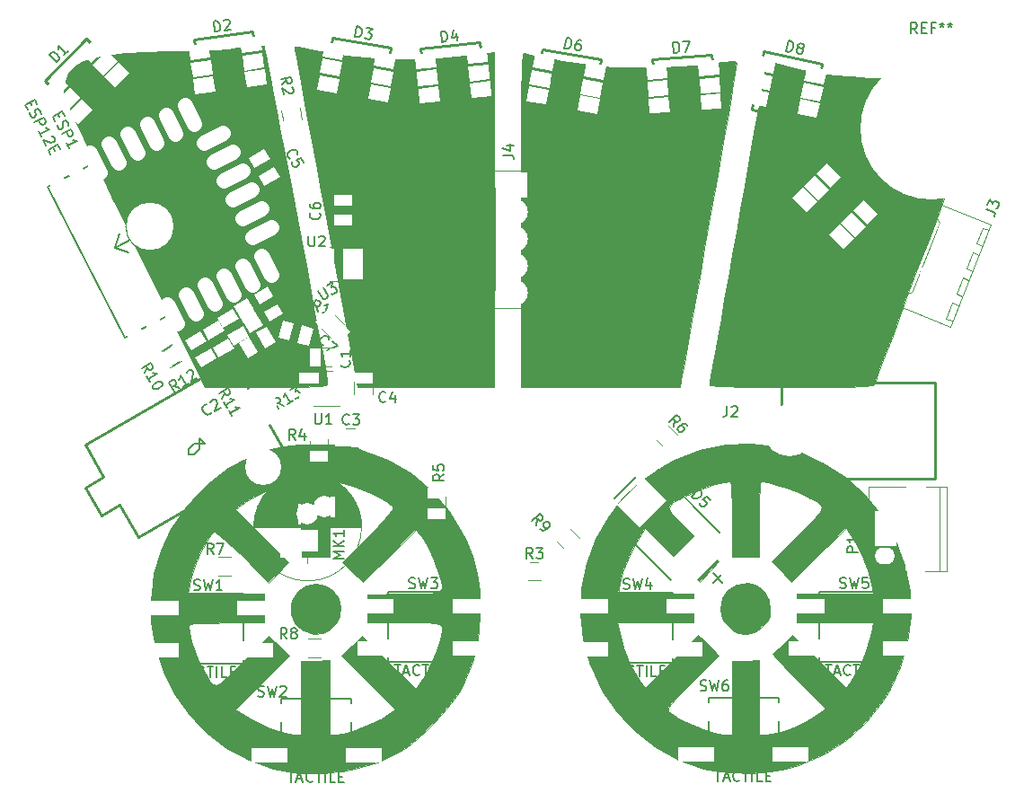
<source format=gto>
G04 #@! TF.FileFunction,Legend,Top*
%FSLAX46Y46*%
G04 Gerber Fmt 4.6, Leading zero omitted, Abs format (unit mm)*
G04 Created by KiCad (PCBNEW 4.0.7-e2-6376~58~ubuntu16.04.1) date Fri Apr 20 01:19:44 2018*
%MOMM*%
%LPD*%
G01*
G04 APERTURE LIST*
%ADD10C,0.100000*%
%ADD11C,0.200000*%
%ADD12C,0.150000*%
%ADD13C,0.010000*%
%ADD14C,0.120000*%
%ADD15C,0.250000*%
%ADD16C,4.464000*%
%ADD17R,1.100000X1.700000*%
%ADD18R,1.700000X1.100000*%
%ADD19C,1.400000*%
%ADD20C,2.400000*%
%ADD21R,2.000000X2.000000*%
%ADD22C,2.000000*%
%ADD23R,1.960000X1.050000*%
%ADD24R,3.500000X1.400000*%
%ADD25C,4.900000*%
%ADD26R,2.050000X0.800000*%
%ADD27O,1.900000X1.600000*%
%ADD28O,2.100000X2.100000*%
%ADD29R,2.900000X1.830000*%
%ADD30C,13.400000*%
%ADD31R,3.000000X2.400000*%
%ADD32O,3.000000X2.400000*%
%ADD33C,3.400000*%
G04 APERTURE END LIST*
D10*
D11*
X144820000Y-75730000D02*
X146870000Y-73700000D01*
X154120000Y-83680000D02*
X154930000Y-82930000D01*
X154120000Y-82810000D02*
X154960000Y-83740000D01*
X105156000Y-71628000D02*
X104648000Y-71628000D01*
X105664000Y-71120000D02*
X105156000Y-71628000D01*
X105664000Y-70612000D02*
X105664000Y-71120000D01*
X106172000Y-70612000D02*
X105664000Y-70612000D01*
X105664000Y-70104000D02*
X106172000Y-70612000D01*
X105664000Y-70612000D02*
X105664000Y-70104000D01*
X105156000Y-70612000D02*
X105664000Y-70612000D01*
X104648000Y-71120000D02*
X105156000Y-70612000D01*
X104648000Y-71628000D02*
X104648000Y-71120000D01*
D12*
X103366000Y-50100000D02*
G75*
G03X103366000Y-50100000I-2286000J0D01*
G01*
D13*
G36*
X118005156Y-70658163D02*
X118980238Y-70716108D01*
X119794348Y-70830896D01*
X120578252Y-71017736D01*
X120971667Y-71134216D01*
X123445093Y-72103498D01*
X125643659Y-73394667D01*
X127565913Y-75006481D01*
X129210404Y-76937696D01*
X130575682Y-79187070D01*
X130727937Y-79493224D01*
X131435278Y-81157086D01*
X131890702Y-82774641D01*
X132120676Y-84482845D01*
X132151669Y-86418658D01*
X132138546Y-86792506D01*
X131916450Y-89082060D01*
X131431942Y-91130844D01*
X130653336Y-93053017D01*
X130131666Y-94023300D01*
X129440163Y-95032751D01*
X128500022Y-96157241D01*
X127414753Y-97292067D01*
X126287869Y-98332528D01*
X125222882Y-99173919D01*
X124706926Y-99510429D01*
X122447214Y-100598286D01*
X120016317Y-101315669D01*
X117467589Y-101650981D01*
X115045000Y-101610356D01*
X112623274Y-101195948D01*
X110353462Y-100410640D01*
X108264666Y-99288662D01*
X106385990Y-97864241D01*
X104746537Y-96171608D01*
X103375411Y-94244989D01*
X102301715Y-92118616D01*
X101554553Y-89826715D01*
X101163027Y-87403515D01*
X101132559Y-85247822D01*
X101197362Y-84710000D01*
X104626220Y-84710000D01*
X111772298Y-84710000D01*
X111768232Y-86085571D01*
X111764167Y-87461141D01*
X108218750Y-87461404D01*
X106856098Y-87468695D01*
X105868732Y-87492796D01*
X105208810Y-87537393D01*
X104828487Y-87606176D01*
X104679920Y-87702831D01*
X104673334Y-87734696D01*
X104757311Y-88336218D01*
X104979146Y-89180952D01*
X105293694Y-90130377D01*
X105655809Y-91045970D01*
X105958409Y-91677759D01*
X106370793Y-92453795D01*
X106688747Y-92997252D01*
X106972396Y-93300383D01*
X107281866Y-93355443D01*
X107677285Y-93154685D01*
X108218779Y-92690363D01*
X108966472Y-91954732D01*
X109726819Y-91192279D01*
X112232564Y-88693062D01*
X114165254Y-90530834D01*
X111622195Y-93093536D01*
X109079137Y-95656238D01*
X110209985Y-96356651D01*
X111110434Y-96849597D01*
X112137624Y-97311813D01*
X113165842Y-97695884D01*
X114069374Y-97954395D01*
X114674584Y-98040536D01*
X115256667Y-98045000D01*
X115256667Y-91096122D01*
X116632944Y-91025144D01*
X118009222Y-90954167D01*
X118008778Y-94499584D01*
X118008334Y-98045000D01*
X118590417Y-98040536D01*
X119267346Y-97938183D01*
X120181543Y-97671338D01*
X121204401Y-97288458D01*
X122207316Y-96838002D01*
X123061681Y-96368428D01*
X123110773Y-96337268D01*
X124180478Y-95650839D01*
X121649868Y-93090836D01*
X119119258Y-90530834D01*
X120089608Y-89625673D01*
X121059959Y-88720513D01*
X123564053Y-91213173D01*
X126068146Y-93705834D01*
X126483670Y-93176667D01*
X127026079Y-92342872D01*
X127571740Y-91264636D01*
X128040607Y-90112577D01*
X128284166Y-89338946D01*
X128468664Y-88662270D01*
X128573709Y-88170627D01*
X128548632Y-87834640D01*
X128342762Y-87624935D01*
X127905429Y-87512136D01*
X127185963Y-87466867D01*
X126133694Y-87459754D01*
X125046250Y-87461796D01*
X121500834Y-87461925D01*
X121530802Y-86138879D01*
X121560770Y-84815834D01*
X125076218Y-84757799D01*
X126423531Y-84737181D01*
X127397664Y-84705995D01*
X128048285Y-84633459D01*
X128425065Y-84488791D01*
X128577674Y-84241207D01*
X128555780Y-83859925D01*
X128409054Y-83314161D01*
X128250561Y-82790501D01*
X127806535Y-81544707D01*
X127252892Y-80365066D01*
X126665016Y-79406789D01*
X126508970Y-79204647D01*
X126075154Y-78677500D01*
X121077500Y-83634014D01*
X119129738Y-81782976D01*
X121629857Y-79289370D01*
X122579524Y-78329758D01*
X123251052Y-77617664D01*
X123676978Y-77113047D01*
X123889841Y-76775866D01*
X123922181Y-76566080D01*
X123890613Y-76507350D01*
X123357280Y-76057572D01*
X122516739Y-75568851D01*
X121476201Y-75088651D01*
X120342878Y-74664439D01*
X119223983Y-74343678D01*
X118802084Y-74254529D01*
X118008334Y-74107484D01*
X118008308Y-77662492D01*
X118008283Y-81217500D01*
X116632475Y-81232903D01*
X115256667Y-81248305D01*
X115256667Y-74107484D01*
X114462917Y-74250806D01*
X113326195Y-74544392D01*
X112062750Y-75008509D01*
X110864682Y-75564934D01*
X110043957Y-76050158D01*
X109068964Y-76720971D01*
X114118646Y-81770653D01*
X112215774Y-83673525D01*
X109737530Y-81201737D01*
X108899461Y-80386392D01*
X108155391Y-79701101D01*
X107559370Y-79192605D01*
X107165452Y-78907648D01*
X107037618Y-78866948D01*
X106682711Y-79244722D01*
X106261470Y-79932998D01*
X105817868Y-80833569D01*
X105395877Y-81848228D01*
X105039470Y-82878767D01*
X104792620Y-83826979D01*
X104773945Y-83922560D01*
X104626220Y-84710000D01*
X101197362Y-84710000D01*
X101422082Y-82844978D01*
X102036840Y-80654645D01*
X103002255Y-78621581D01*
X104343745Y-76690548D01*
X105815683Y-75071243D01*
X106791211Y-74136886D01*
X107615808Y-73439783D01*
X108408155Y-72890818D01*
X109286934Y-72400871D01*
X109541667Y-72273410D01*
X111029136Y-71594189D01*
X112355997Y-71124523D01*
X113668189Y-70831324D01*
X115111654Y-70681506D01*
X116738334Y-70641852D01*
X118005156Y-70658163D01*
X118005156Y-70658163D01*
G37*
X118005156Y-70658163D02*
X118980238Y-70716108D01*
X119794348Y-70830896D01*
X120578252Y-71017736D01*
X120971667Y-71134216D01*
X123445093Y-72103498D01*
X125643659Y-73394667D01*
X127565913Y-75006481D01*
X129210404Y-76937696D01*
X130575682Y-79187070D01*
X130727937Y-79493224D01*
X131435278Y-81157086D01*
X131890702Y-82774641D01*
X132120676Y-84482845D01*
X132151669Y-86418658D01*
X132138546Y-86792506D01*
X131916450Y-89082060D01*
X131431942Y-91130844D01*
X130653336Y-93053017D01*
X130131666Y-94023300D01*
X129440163Y-95032751D01*
X128500022Y-96157241D01*
X127414753Y-97292067D01*
X126287869Y-98332528D01*
X125222882Y-99173919D01*
X124706926Y-99510429D01*
X122447214Y-100598286D01*
X120016317Y-101315669D01*
X117467589Y-101650981D01*
X115045000Y-101610356D01*
X112623274Y-101195948D01*
X110353462Y-100410640D01*
X108264666Y-99288662D01*
X106385990Y-97864241D01*
X104746537Y-96171608D01*
X103375411Y-94244989D01*
X102301715Y-92118616D01*
X101554553Y-89826715D01*
X101163027Y-87403515D01*
X101132559Y-85247822D01*
X101197362Y-84710000D01*
X104626220Y-84710000D01*
X111772298Y-84710000D01*
X111768232Y-86085571D01*
X111764167Y-87461141D01*
X108218750Y-87461404D01*
X106856098Y-87468695D01*
X105868732Y-87492796D01*
X105208810Y-87537393D01*
X104828487Y-87606176D01*
X104679920Y-87702831D01*
X104673334Y-87734696D01*
X104757311Y-88336218D01*
X104979146Y-89180952D01*
X105293694Y-90130377D01*
X105655809Y-91045970D01*
X105958409Y-91677759D01*
X106370793Y-92453795D01*
X106688747Y-92997252D01*
X106972396Y-93300383D01*
X107281866Y-93355443D01*
X107677285Y-93154685D01*
X108218779Y-92690363D01*
X108966472Y-91954732D01*
X109726819Y-91192279D01*
X112232564Y-88693062D01*
X114165254Y-90530834D01*
X111622195Y-93093536D01*
X109079137Y-95656238D01*
X110209985Y-96356651D01*
X111110434Y-96849597D01*
X112137624Y-97311813D01*
X113165842Y-97695884D01*
X114069374Y-97954395D01*
X114674584Y-98040536D01*
X115256667Y-98045000D01*
X115256667Y-91096122D01*
X116632944Y-91025144D01*
X118009222Y-90954167D01*
X118008778Y-94499584D01*
X118008334Y-98045000D01*
X118590417Y-98040536D01*
X119267346Y-97938183D01*
X120181543Y-97671338D01*
X121204401Y-97288458D01*
X122207316Y-96838002D01*
X123061681Y-96368428D01*
X123110773Y-96337268D01*
X124180478Y-95650839D01*
X121649868Y-93090836D01*
X119119258Y-90530834D01*
X120089608Y-89625673D01*
X121059959Y-88720513D01*
X123564053Y-91213173D01*
X126068146Y-93705834D01*
X126483670Y-93176667D01*
X127026079Y-92342872D01*
X127571740Y-91264636D01*
X128040607Y-90112577D01*
X128284166Y-89338946D01*
X128468664Y-88662270D01*
X128573709Y-88170627D01*
X128548632Y-87834640D01*
X128342762Y-87624935D01*
X127905429Y-87512136D01*
X127185963Y-87466867D01*
X126133694Y-87459754D01*
X125046250Y-87461796D01*
X121500834Y-87461925D01*
X121530802Y-86138879D01*
X121560770Y-84815834D01*
X125076218Y-84757799D01*
X126423531Y-84737181D01*
X127397664Y-84705995D01*
X128048285Y-84633459D01*
X128425065Y-84488791D01*
X128577674Y-84241207D01*
X128555780Y-83859925D01*
X128409054Y-83314161D01*
X128250561Y-82790501D01*
X127806535Y-81544707D01*
X127252892Y-80365066D01*
X126665016Y-79406789D01*
X126508970Y-79204647D01*
X126075154Y-78677500D01*
X121077500Y-83634014D01*
X119129738Y-81782976D01*
X121629857Y-79289370D01*
X122579524Y-78329758D01*
X123251052Y-77617664D01*
X123676978Y-77113047D01*
X123889841Y-76775866D01*
X123922181Y-76566080D01*
X123890613Y-76507350D01*
X123357280Y-76057572D01*
X122516739Y-75568851D01*
X121476201Y-75088651D01*
X120342878Y-74664439D01*
X119223983Y-74343678D01*
X118802084Y-74254529D01*
X118008334Y-74107484D01*
X118008308Y-77662492D01*
X118008283Y-81217500D01*
X116632475Y-81232903D01*
X115256667Y-81248305D01*
X115256667Y-74107484D01*
X114462917Y-74250806D01*
X113326195Y-74544392D01*
X112062750Y-75008509D01*
X110864682Y-75564934D01*
X110043957Y-76050158D01*
X109068964Y-76720971D01*
X114118646Y-81770653D01*
X112215774Y-83673525D01*
X109737530Y-81201737D01*
X108899461Y-80386392D01*
X108155391Y-79701101D01*
X107559370Y-79192605D01*
X107165452Y-78907648D01*
X107037618Y-78866948D01*
X106682711Y-79244722D01*
X106261470Y-79932998D01*
X105817868Y-80833569D01*
X105395877Y-81848228D01*
X105039470Y-82878767D01*
X104792620Y-83826979D01*
X104773945Y-83922560D01*
X104626220Y-84710000D01*
X101197362Y-84710000D01*
X101422082Y-82844978D01*
X102036840Y-80654645D01*
X103002255Y-78621581D01*
X104343745Y-76690548D01*
X105815683Y-75071243D01*
X106791211Y-74136886D01*
X107615808Y-73439783D01*
X108408155Y-72890818D01*
X109286934Y-72400871D01*
X109541667Y-72273410D01*
X111029136Y-71594189D01*
X112355997Y-71124523D01*
X113668189Y-70831324D01*
X115111654Y-70681506D01*
X116738334Y-70641852D01*
X118005156Y-70658163D01*
G36*
X160098211Y-70826065D02*
X162388995Y-71444272D01*
X164557972Y-72408150D01*
X166566035Y-73703461D01*
X168374076Y-75315967D01*
X169942986Y-77231429D01*
X171233657Y-79435609D01*
X171353319Y-79687244D01*
X172205203Y-82006962D01*
X172665951Y-84421112D01*
X172740133Y-86873692D01*
X172432316Y-89308703D01*
X171747070Y-91670144D01*
X170688963Y-93902015D01*
X170119646Y-94809165D01*
X168516325Y-96805115D01*
X166634612Y-98502440D01*
X164516642Y-99871368D01*
X162204547Y-100882131D01*
X161026105Y-101234424D01*
X159475100Y-101511204D01*
X157702145Y-101634002D01*
X155876134Y-101603196D01*
X154165964Y-101419168D01*
X153193580Y-101216805D01*
X150856057Y-100390443D01*
X148689234Y-99199525D01*
X146735692Y-97682978D01*
X145038012Y-95879727D01*
X143638777Y-93828698D01*
X142580567Y-91568815D01*
X142550695Y-91487691D01*
X141873171Y-89045565D01*
X141695859Y-87461667D01*
X145093601Y-87461667D01*
X145224694Y-88043750D01*
X145700577Y-89827588D01*
X146271835Y-91310684D01*
X146987748Y-92613111D01*
X147274562Y-93038518D01*
X147699832Y-93641202D01*
X150207951Y-91139618D01*
X152716070Y-88638033D01*
X153674225Y-89578390D01*
X154632379Y-90518748D01*
X152158679Y-92998909D01*
X151220674Y-93951187D01*
X150558482Y-94655976D01*
X150138676Y-95154891D01*
X149927829Y-95489548D01*
X149892513Y-95701562D01*
X149929673Y-95773909D01*
X150419517Y-96180308D01*
X151206810Y-96637275D01*
X152177292Y-97096863D01*
X153216702Y-97511124D01*
X154210779Y-97832110D01*
X155045262Y-98011872D01*
X155314584Y-98033617D01*
X155896667Y-98045000D01*
X155896667Y-91097601D01*
X157167053Y-91025884D01*
X158437438Y-90954167D01*
X158437053Y-94499584D01*
X158436667Y-98045000D01*
X158927416Y-98045000D01*
X159744332Y-97935061D01*
X160779358Y-97640406D01*
X161900143Y-97213778D01*
X162974333Y-96707920D01*
X163869577Y-96175575D01*
X164153687Y-95962303D01*
X164680834Y-95528488D01*
X162151298Y-92983918D01*
X161326210Y-92145053D01*
X160625465Y-91415554D01*
X160095578Y-90845262D01*
X159783064Y-90484017D01*
X159720381Y-90379258D01*
X159916768Y-90213162D01*
X160323033Y-89845468D01*
X160718703Y-89479169D01*
X161618406Y-88639172D01*
X166633502Y-93641202D01*
X167058772Y-93038518D01*
X167835454Y-91770319D01*
X168450632Y-90362510D01*
X168953583Y-88695017D01*
X169108640Y-88043750D01*
X169239732Y-87461667D01*
X162035000Y-87461667D01*
X162035000Y-84710000D01*
X169239732Y-84710000D01*
X169111182Y-84127917D01*
X168667062Y-82548013D01*
X168064788Y-81016151D01*
X167399340Y-79755196D01*
X166633259Y-78530454D01*
X164069546Y-81059673D01*
X161505834Y-83588891D01*
X160583851Y-82640499D01*
X159661869Y-81692106D01*
X162171351Y-79168283D01*
X163128298Y-78209442D01*
X163806642Y-77503737D01*
X164213900Y-76992297D01*
X164357585Y-76616252D01*
X164245214Y-76316730D01*
X163884300Y-76034862D01*
X163282361Y-75711776D01*
X162653075Y-75394670D01*
X161910397Y-75062685D01*
X161010477Y-74727441D01*
X160086816Y-74431445D01*
X159272918Y-74217203D01*
X158702282Y-74127224D01*
X158670697Y-74126667D01*
X158573788Y-74301233D01*
X158503556Y-74837050D01*
X158458803Y-75752295D01*
X158438330Y-77065145D01*
X158436667Y-77675611D01*
X158436667Y-81224556D01*
X155896667Y-81224556D01*
X155896667Y-77675611D01*
X155885155Y-76206030D01*
X155849822Y-75140999D01*
X155789467Y-74462342D01*
X155702893Y-74151882D01*
X155662636Y-74126667D01*
X155117608Y-74204693D01*
X154318479Y-74410432D01*
X153398750Y-74701377D01*
X152491924Y-75035020D01*
X151731502Y-75368854D01*
X151680259Y-75394670D01*
X150896234Y-75790422D01*
X150347396Y-76099215D01*
X150041260Y-76379919D01*
X149985343Y-76691407D01*
X150187157Y-77092547D01*
X150654220Y-77642210D01*
X151394046Y-78399268D01*
X152161982Y-79168283D01*
X154671464Y-81692106D01*
X153749482Y-82640499D01*
X152827500Y-83588891D01*
X147707494Y-78537855D01*
X147021756Y-79606486D01*
X146215503Y-81098365D01*
X145598611Y-82711906D01*
X145327250Y-83795066D01*
X145156321Y-84710000D01*
X152298334Y-84710000D01*
X152298334Y-87461667D01*
X145093601Y-87461667D01*
X141695859Y-87461667D01*
X141598719Y-86593942D01*
X141710723Y-84173368D01*
X142192563Y-81824388D01*
X143027622Y-79587546D01*
X144199282Y-77503388D01*
X145690925Y-75612459D01*
X147485933Y-73955304D01*
X149567688Y-72572469D01*
X150499167Y-72094716D01*
X152886098Y-71187855D01*
X155307655Y-70683619D01*
X157724728Y-70567768D01*
X160098211Y-70826065D01*
X160098211Y-70826065D01*
G37*
X160098211Y-70826065D02*
X162388995Y-71444272D01*
X164557972Y-72408150D01*
X166566035Y-73703461D01*
X168374076Y-75315967D01*
X169942986Y-77231429D01*
X171233657Y-79435609D01*
X171353319Y-79687244D01*
X172205203Y-82006962D01*
X172665951Y-84421112D01*
X172740133Y-86873692D01*
X172432316Y-89308703D01*
X171747070Y-91670144D01*
X170688963Y-93902015D01*
X170119646Y-94809165D01*
X168516325Y-96805115D01*
X166634612Y-98502440D01*
X164516642Y-99871368D01*
X162204547Y-100882131D01*
X161026105Y-101234424D01*
X159475100Y-101511204D01*
X157702145Y-101634002D01*
X155876134Y-101603196D01*
X154165964Y-101419168D01*
X153193580Y-101216805D01*
X150856057Y-100390443D01*
X148689234Y-99199525D01*
X146735692Y-97682978D01*
X145038012Y-95879727D01*
X143638777Y-93828698D01*
X142580567Y-91568815D01*
X142550695Y-91487691D01*
X141873171Y-89045565D01*
X141695859Y-87461667D01*
X145093601Y-87461667D01*
X145224694Y-88043750D01*
X145700577Y-89827588D01*
X146271835Y-91310684D01*
X146987748Y-92613111D01*
X147274562Y-93038518D01*
X147699832Y-93641202D01*
X150207951Y-91139618D01*
X152716070Y-88638033D01*
X153674225Y-89578390D01*
X154632379Y-90518748D01*
X152158679Y-92998909D01*
X151220674Y-93951187D01*
X150558482Y-94655976D01*
X150138676Y-95154891D01*
X149927829Y-95489548D01*
X149892513Y-95701562D01*
X149929673Y-95773909D01*
X150419517Y-96180308D01*
X151206810Y-96637275D01*
X152177292Y-97096863D01*
X153216702Y-97511124D01*
X154210779Y-97832110D01*
X155045262Y-98011872D01*
X155314584Y-98033617D01*
X155896667Y-98045000D01*
X155896667Y-91097601D01*
X157167053Y-91025884D01*
X158437438Y-90954167D01*
X158437053Y-94499584D01*
X158436667Y-98045000D01*
X158927416Y-98045000D01*
X159744332Y-97935061D01*
X160779358Y-97640406D01*
X161900143Y-97213778D01*
X162974333Y-96707920D01*
X163869577Y-96175575D01*
X164153687Y-95962303D01*
X164680834Y-95528488D01*
X162151298Y-92983918D01*
X161326210Y-92145053D01*
X160625465Y-91415554D01*
X160095578Y-90845262D01*
X159783064Y-90484017D01*
X159720381Y-90379258D01*
X159916768Y-90213162D01*
X160323033Y-89845468D01*
X160718703Y-89479169D01*
X161618406Y-88639172D01*
X166633502Y-93641202D01*
X167058772Y-93038518D01*
X167835454Y-91770319D01*
X168450632Y-90362510D01*
X168953583Y-88695017D01*
X169108640Y-88043750D01*
X169239732Y-87461667D01*
X162035000Y-87461667D01*
X162035000Y-84710000D01*
X169239732Y-84710000D01*
X169111182Y-84127917D01*
X168667062Y-82548013D01*
X168064788Y-81016151D01*
X167399340Y-79755196D01*
X166633259Y-78530454D01*
X164069546Y-81059673D01*
X161505834Y-83588891D01*
X160583851Y-82640499D01*
X159661869Y-81692106D01*
X162171351Y-79168283D01*
X163128298Y-78209442D01*
X163806642Y-77503737D01*
X164213900Y-76992297D01*
X164357585Y-76616252D01*
X164245214Y-76316730D01*
X163884300Y-76034862D01*
X163282361Y-75711776D01*
X162653075Y-75394670D01*
X161910397Y-75062685D01*
X161010477Y-74727441D01*
X160086816Y-74431445D01*
X159272918Y-74217203D01*
X158702282Y-74127224D01*
X158670697Y-74126667D01*
X158573788Y-74301233D01*
X158503556Y-74837050D01*
X158458803Y-75752295D01*
X158438330Y-77065145D01*
X158436667Y-77675611D01*
X158436667Y-81224556D01*
X155896667Y-81224556D01*
X155896667Y-77675611D01*
X155885155Y-76206030D01*
X155849822Y-75140999D01*
X155789467Y-74462342D01*
X155702893Y-74151882D01*
X155662636Y-74126667D01*
X155117608Y-74204693D01*
X154318479Y-74410432D01*
X153398750Y-74701377D01*
X152491924Y-75035020D01*
X151731502Y-75368854D01*
X151680259Y-75394670D01*
X150896234Y-75790422D01*
X150347396Y-76099215D01*
X150041260Y-76379919D01*
X149985343Y-76691407D01*
X150187157Y-77092547D01*
X150654220Y-77642210D01*
X151394046Y-78399268D01*
X152161982Y-79168283D01*
X154671464Y-81692106D01*
X153749482Y-82640499D01*
X152827500Y-83588891D01*
X147707494Y-78537855D01*
X147021756Y-79606486D01*
X146215503Y-81098365D01*
X145598611Y-82711906D01*
X145327250Y-83795066D01*
X145156321Y-84710000D01*
X152298334Y-84710000D01*
X152298334Y-87461667D01*
X145093601Y-87461667D01*
X141695859Y-87461667D01*
X141598719Y-86593942D01*
X141710723Y-84173368D01*
X142192563Y-81824388D01*
X143027622Y-79587546D01*
X144199282Y-77503388D01*
X145690925Y-75612459D01*
X147485933Y-73955304D01*
X149567688Y-72572469D01*
X150499167Y-72094716D01*
X152886098Y-71187855D01*
X155307655Y-70683619D01*
X157724728Y-70567768D01*
X160098211Y-70826065D01*
G36*
X111771804Y-33106248D02*
X111825208Y-33323685D01*
X111948770Y-33918235D01*
X112135097Y-34850842D01*
X112376798Y-36082448D01*
X112666481Y-37573998D01*
X112996755Y-39286435D01*
X113360227Y-41180701D01*
X113749506Y-43217742D01*
X114157201Y-45358499D01*
X114575919Y-47563916D01*
X114998268Y-49794937D01*
X115416857Y-52012505D01*
X115824295Y-54177563D01*
X116213189Y-56251055D01*
X116576147Y-58193925D01*
X116905779Y-59967115D01*
X117194692Y-61531569D01*
X117435494Y-62848230D01*
X117620793Y-63878043D01*
X117743199Y-64581949D01*
X117795319Y-64920893D01*
X117796667Y-64940490D01*
X117736204Y-65030203D01*
X117526223Y-65100435D01*
X117123831Y-65153382D01*
X116486138Y-65191239D01*
X115570254Y-65216205D01*
X114333286Y-65230475D01*
X112732345Y-65236245D01*
X112013491Y-65236667D01*
X106230315Y-65236667D01*
X99645533Y-51848750D01*
X98547130Y-49608223D01*
X97502499Y-47463226D01*
X96527086Y-45446370D01*
X95636340Y-43590263D01*
X94845707Y-41927515D01*
X94170635Y-40490736D01*
X93626571Y-39312535D01*
X93228963Y-38425523D01*
X92993257Y-37862308D01*
X92932876Y-37678234D01*
X92969208Y-36665010D01*
X93367310Y-35688950D01*
X93909979Y-35028422D01*
X94579227Y-34600255D01*
X95579380Y-34252598D01*
X96928759Y-33982475D01*
X98645684Y-33786912D01*
X100748474Y-33662934D01*
X102614887Y-33614770D01*
X104134751Y-33580648D01*
X105679867Y-33524628D01*
X107139253Y-33452247D01*
X108401923Y-33369043D01*
X109356894Y-33280553D01*
X109388540Y-33276812D01*
X110323371Y-33174929D01*
X111092588Y-33109784D01*
X111605790Y-33087845D01*
X111771804Y-33106248D01*
X111771804Y-33106248D01*
G37*
X111771804Y-33106248D02*
X111825208Y-33323685D01*
X111948770Y-33918235D01*
X112135097Y-34850842D01*
X112376798Y-36082448D01*
X112666481Y-37573998D01*
X112996755Y-39286435D01*
X113360227Y-41180701D01*
X113749506Y-43217742D01*
X114157201Y-45358499D01*
X114575919Y-47563916D01*
X114998268Y-49794937D01*
X115416857Y-52012505D01*
X115824295Y-54177563D01*
X116213189Y-56251055D01*
X116576147Y-58193925D01*
X116905779Y-59967115D01*
X117194692Y-61531569D01*
X117435494Y-62848230D01*
X117620793Y-63878043D01*
X117743199Y-64581949D01*
X117795319Y-64920893D01*
X117796667Y-64940490D01*
X117736204Y-65030203D01*
X117526223Y-65100435D01*
X117123831Y-65153382D01*
X116486138Y-65191239D01*
X115570254Y-65216205D01*
X114333286Y-65230475D01*
X112732345Y-65236245D01*
X112013491Y-65236667D01*
X106230315Y-65236667D01*
X99645533Y-51848750D01*
X98547130Y-49608223D01*
X97502499Y-47463226D01*
X96527086Y-45446370D01*
X95636340Y-43590263D01*
X94845707Y-41927515D01*
X94170635Y-40490736D01*
X93626571Y-39312535D01*
X93228963Y-38425523D01*
X92993257Y-37862308D01*
X92932876Y-37678234D01*
X92969208Y-36665010D01*
X93367310Y-35688950D01*
X93909979Y-35028422D01*
X94579227Y-34600255D01*
X95579380Y-34252598D01*
X96928759Y-33982475D01*
X98645684Y-33786912D01*
X100748474Y-33662934D01*
X102614887Y-33614770D01*
X104134751Y-33580648D01*
X105679867Y-33524628D01*
X107139253Y-33452247D01*
X108401923Y-33369043D01*
X109356894Y-33280553D01*
X109388540Y-33276812D01*
X110323371Y-33174929D01*
X111092588Y-33109784D01*
X111605790Y-33087845D01*
X111771804Y-33106248D01*
G36*
X114886766Y-33173876D02*
X115424683Y-33260867D01*
X116186104Y-33404442D01*
X116632500Y-33494776D01*
X119473220Y-33986123D01*
X122294646Y-34269698D01*
X125189710Y-34347255D01*
X128251342Y-34220552D01*
X131572473Y-33891343D01*
X132348750Y-33791706D01*
X133460000Y-33643795D01*
X133460000Y-65236667D01*
X120641240Y-65236667D01*
X117624402Y-49227607D01*
X117146379Y-46686167D01*
X116693216Y-44267592D01*
X116270781Y-42003773D01*
X115884944Y-39926600D01*
X115541573Y-38067964D01*
X115246536Y-36459754D01*
X115005702Y-35133860D01*
X114824939Y-34122173D01*
X114710117Y-33456584D01*
X114667102Y-33168981D01*
X114667532Y-33159700D01*
X114886766Y-33173876D01*
X114886766Y-33173876D01*
G37*
X114886766Y-33173876D02*
X115424683Y-33260867D01*
X116186104Y-33404442D01*
X116632500Y-33494776D01*
X119473220Y-33986123D01*
X122294646Y-34269698D01*
X125189710Y-34347255D01*
X128251342Y-34220552D01*
X131572473Y-33891343D01*
X132348750Y-33791706D01*
X133460000Y-33643795D01*
X133460000Y-65236667D01*
X120641240Y-65236667D01*
X117624402Y-49227607D01*
X117146379Y-46686167D01*
X116693216Y-44267592D01*
X116270781Y-42003773D01*
X115884944Y-39926600D01*
X115541573Y-38067964D01*
X115246536Y-36459754D01*
X115005702Y-35133860D01*
X114824939Y-34122173D01*
X114710117Y-33456584D01*
X114667102Y-33168981D01*
X114667532Y-33159700D01*
X114886766Y-33173876D01*
G36*
X136815524Y-33915078D02*
X137645482Y-34094106D01*
X138708833Y-34294058D01*
X139912257Y-34499032D01*
X141162432Y-34693124D01*
X142366037Y-34860433D01*
X143420173Y-34984081D01*
X145058741Y-35093311D01*
X146985172Y-35126757D01*
X149071493Y-35087965D01*
X151189734Y-34980480D01*
X153211922Y-34807849D01*
X154256250Y-34683833D01*
X155200046Y-34562643D01*
X155801552Y-34505903D01*
X156137502Y-34517813D01*
X156284629Y-34602571D01*
X156319668Y-34764378D01*
X156320000Y-34796759D01*
X156284065Y-35049485D01*
X156180716Y-35680862D01*
X156016640Y-36652746D01*
X155798521Y-37926991D01*
X155533046Y-39465452D01*
X155226899Y-41229983D01*
X154886767Y-43182438D01*
X154519335Y-45284672D01*
X154131289Y-47498539D01*
X153729314Y-49785893D01*
X153320096Y-52108590D01*
X152910320Y-54428482D01*
X152506673Y-56707426D01*
X152115839Y-58907275D01*
X151744504Y-60989883D01*
X151399354Y-62917106D01*
X151105517Y-64548750D01*
X150981220Y-65236667D01*
X136000000Y-65236667D01*
X136000000Y-49444854D01*
X136000779Y-46455123D01*
X136003476Y-43861731D01*
X136008627Y-41637688D01*
X136016772Y-39756002D01*
X136028446Y-38189683D01*
X136044190Y-36911738D01*
X136064539Y-35895176D01*
X136090033Y-35113007D01*
X136121209Y-34538239D01*
X136158604Y-34143880D01*
X136202757Y-33902940D01*
X136254206Y-33788428D01*
X136312282Y-33772875D01*
X136815524Y-33915078D01*
X136815524Y-33915078D01*
G37*
X136815524Y-33915078D02*
X137645482Y-34094106D01*
X138708833Y-34294058D01*
X139912257Y-34499032D01*
X141162432Y-34693124D01*
X142366037Y-34860433D01*
X143420173Y-34984081D01*
X145058741Y-35093311D01*
X146985172Y-35126757D01*
X149071493Y-35087965D01*
X151189734Y-34980480D01*
X153211922Y-34807849D01*
X154256250Y-34683833D01*
X155200046Y-34562643D01*
X155801552Y-34505903D01*
X156137502Y-34517813D01*
X156284629Y-34602571D01*
X156319668Y-34764378D01*
X156320000Y-34796759D01*
X156284065Y-35049485D01*
X156180716Y-35680862D01*
X156016640Y-36652746D01*
X155798521Y-37926991D01*
X155533046Y-39465452D01*
X155226899Y-41229983D01*
X154886767Y-43182438D01*
X154519335Y-45284672D01*
X154131289Y-47498539D01*
X153729314Y-49785893D01*
X153320096Y-52108590D01*
X152910320Y-54428482D01*
X152506673Y-56707426D01*
X152115839Y-58907275D01*
X151744504Y-60989883D01*
X151399354Y-62917106D01*
X151105517Y-64548750D01*
X150981220Y-65236667D01*
X136000000Y-65236667D01*
X136000000Y-49444854D01*
X136000779Y-46455123D01*
X136003476Y-43861731D01*
X136008627Y-41637688D01*
X136016772Y-39756002D01*
X136028446Y-38189683D01*
X136044190Y-36911738D01*
X136064539Y-35895176D01*
X136090033Y-35113007D01*
X136121209Y-34538239D01*
X136158604Y-34143880D01*
X136202757Y-33902940D01*
X136254206Y-33788428D01*
X136312282Y-33772875D01*
X136815524Y-33915078D01*
G36*
X159395804Y-34606157D02*
X159919094Y-34712766D01*
X160651329Y-34885928D01*
X160899238Y-34948336D01*
X162516167Y-35334793D01*
X164015893Y-35629137D01*
X165504337Y-35843570D01*
X167087425Y-35990294D01*
X168871079Y-36081512D01*
X170961222Y-36129427D01*
X171175103Y-36132116D01*
X172703609Y-36153061D01*
X173873422Y-36178919D01*
X174749180Y-36215766D01*
X175395521Y-36269677D01*
X175877085Y-36346729D01*
X176258509Y-36452994D01*
X176604431Y-36594550D01*
X176730529Y-36654258D01*
X177402356Y-37050150D01*
X177974308Y-37505401D01*
X178141321Y-37685567D01*
X178325040Y-37944290D01*
X178462297Y-38222872D01*
X178544689Y-38551251D01*
X178563816Y-38959366D01*
X178511278Y-39477152D01*
X178378672Y-40134549D01*
X178157599Y-40961494D01*
X177839658Y-41987924D01*
X177416447Y-43243778D01*
X176879565Y-44758994D01*
X176220613Y-46563508D01*
X175431188Y-48687258D01*
X174502890Y-51160183D01*
X173944224Y-52642500D01*
X173137183Y-54781887D01*
X172372235Y-56809384D01*
X171662862Y-58689275D01*
X171022549Y-60385844D01*
X170464776Y-61863375D01*
X170003028Y-63086152D01*
X169650788Y-64018458D01*
X169421537Y-64624577D01*
X169329748Y-64866250D01*
X169267416Y-64963145D01*
X169135778Y-65041584D01*
X168893898Y-65103499D01*
X168500839Y-65150823D01*
X167915665Y-65185488D01*
X167097437Y-65209427D01*
X166005220Y-65224573D01*
X164598077Y-65232857D01*
X162835071Y-65236213D01*
X161483188Y-65236667D01*
X159724506Y-65232466D01*
X158106680Y-65220507D01*
X156676719Y-65201760D01*
X155481633Y-65177193D01*
X154568429Y-65147773D01*
X153984118Y-65114470D01*
X153775707Y-65078250D01*
X153775681Y-65077917D01*
X153810671Y-64843168D01*
X153912771Y-64233673D01*
X154074897Y-63289386D01*
X154289966Y-62050263D01*
X154550893Y-60556260D01*
X154850594Y-58847333D01*
X155181986Y-56963438D01*
X155537985Y-54944529D01*
X155911505Y-52830563D01*
X156295465Y-50661496D01*
X156682778Y-48477283D01*
X157066362Y-46317880D01*
X157439133Y-44223243D01*
X157794007Y-42233327D01*
X158123898Y-40388089D01*
X158421725Y-38727483D01*
X158680402Y-37291466D01*
X158892846Y-36119993D01*
X159051972Y-35253020D01*
X159150698Y-34730503D01*
X159181563Y-34587152D01*
X159395804Y-34606157D01*
X159395804Y-34606157D01*
G37*
X159395804Y-34606157D02*
X159919094Y-34712766D01*
X160651329Y-34885928D01*
X160899238Y-34948336D01*
X162516167Y-35334793D01*
X164015893Y-35629137D01*
X165504337Y-35843570D01*
X167087425Y-35990294D01*
X168871079Y-36081512D01*
X170961222Y-36129427D01*
X171175103Y-36132116D01*
X172703609Y-36153061D01*
X173873422Y-36178919D01*
X174749180Y-36215766D01*
X175395521Y-36269677D01*
X175877085Y-36346729D01*
X176258509Y-36452994D01*
X176604431Y-36594550D01*
X176730529Y-36654258D01*
X177402356Y-37050150D01*
X177974308Y-37505401D01*
X178141321Y-37685567D01*
X178325040Y-37944290D01*
X178462297Y-38222872D01*
X178544689Y-38551251D01*
X178563816Y-38959366D01*
X178511278Y-39477152D01*
X178378672Y-40134549D01*
X178157599Y-40961494D01*
X177839658Y-41987924D01*
X177416447Y-43243778D01*
X176879565Y-44758994D01*
X176220613Y-46563508D01*
X175431188Y-48687258D01*
X174502890Y-51160183D01*
X173944224Y-52642500D01*
X173137183Y-54781887D01*
X172372235Y-56809384D01*
X171662862Y-58689275D01*
X171022549Y-60385844D01*
X170464776Y-61863375D01*
X170003028Y-63086152D01*
X169650788Y-64018458D01*
X169421537Y-64624577D01*
X169329748Y-64866250D01*
X169267416Y-64963145D01*
X169135778Y-65041584D01*
X168893898Y-65103499D01*
X168500839Y-65150823D01*
X167915665Y-65185488D01*
X167097437Y-65209427D01*
X166005220Y-65224573D01*
X164598077Y-65232857D01*
X162835071Y-65236213D01*
X161483188Y-65236667D01*
X159724506Y-65232466D01*
X158106680Y-65220507D01*
X156676719Y-65201760D01*
X155481633Y-65177193D01*
X154568429Y-65147773D01*
X153984118Y-65114470D01*
X153775707Y-65078250D01*
X153775681Y-65077917D01*
X153810671Y-64843168D01*
X153912771Y-64233673D01*
X154074897Y-63289386D01*
X154289966Y-62050263D01*
X154550893Y-60556260D01*
X154850594Y-58847333D01*
X155181986Y-56963438D01*
X155537985Y-54944529D01*
X155911505Y-52830563D01*
X156295465Y-50661496D01*
X156682778Y-48477283D01*
X157066362Y-46317880D01*
X157439133Y-44223243D01*
X157794007Y-42233327D01*
X158123898Y-40388089D01*
X158421725Y-38727483D01*
X158680402Y-37291466D01*
X158892846Y-36119993D01*
X159051972Y-35253020D01*
X159150698Y-34730503D01*
X159181563Y-34587152D01*
X159395804Y-34606157D01*
G36*
X117541926Y-83945734D02*
X118230745Y-84402794D01*
X118802819Y-85181260D01*
X119014870Y-86001131D01*
X118916951Y-86798701D01*
X118559118Y-87510266D01*
X117991423Y-88072119D01*
X117263921Y-88420555D01*
X116426664Y-88491868D01*
X115529708Y-88222354D01*
X115321113Y-88105998D01*
X114663643Y-87476958D01*
X114312553Y-86647696D01*
X114305467Y-85745071D01*
X114471765Y-85242188D01*
X115048818Y-84441589D01*
X115815577Y-83944642D01*
X116677971Y-83772355D01*
X117541926Y-83945734D01*
X117541926Y-83945734D01*
G37*
X117541926Y-83945734D02*
X118230745Y-84402794D01*
X118802819Y-85181260D01*
X119014870Y-86001131D01*
X118916951Y-86798701D01*
X118559118Y-87510266D01*
X117991423Y-88072119D01*
X117263921Y-88420555D01*
X116426664Y-88491868D01*
X115529708Y-88222354D01*
X115321113Y-88105998D01*
X114663643Y-87476958D01*
X114312553Y-86647696D01*
X114305467Y-85745071D01*
X114471765Y-85242188D01*
X115048818Y-84441589D01*
X115815577Y-83944642D01*
X116677971Y-83772355D01*
X117541926Y-83945734D01*
G36*
X158258801Y-83977950D02*
X158944699Y-84531546D01*
X159378865Y-85342146D01*
X159495000Y-86135545D01*
X159438139Y-86804714D01*
X159206355Y-87311160D01*
X158775334Y-87800334D01*
X158222695Y-88272468D01*
X157697236Y-88481250D01*
X157166667Y-88520000D01*
X156518272Y-88454830D01*
X156004007Y-88198473D01*
X155558000Y-87800334D01*
X155091756Y-87259415D01*
X154882614Y-86745876D01*
X154838334Y-86135545D01*
X155011063Y-85130954D01*
X155522924Y-84376044D01*
X156364425Y-83884381D01*
X156429143Y-83862241D01*
X157395504Y-83736476D01*
X158258801Y-83977950D01*
X158258801Y-83977950D01*
G37*
X158258801Y-83977950D02*
X158944699Y-84531546D01*
X159378865Y-85342146D01*
X159495000Y-86135545D01*
X159438139Y-86804714D01*
X159206355Y-87311160D01*
X158775334Y-87800334D01*
X158222695Y-88272468D01*
X157697236Y-88481250D01*
X157166667Y-88520000D01*
X156518272Y-88454830D01*
X156004007Y-88198473D01*
X155558000Y-87800334D01*
X155091756Y-87259415D01*
X154882614Y-86745876D01*
X154838334Y-86135545D01*
X155011063Y-85130954D01*
X155522924Y-84376044D01*
X156364425Y-83884381D01*
X156429143Y-83862241D01*
X157395504Y-83736476D01*
X158258801Y-83977950D01*
D14*
X118140000Y-63290000D02*
X116940000Y-63290000D01*
X116940000Y-61530000D02*
X118140000Y-61530000D01*
X107037898Y-61679615D02*
X106437898Y-60640385D01*
X107962102Y-59760385D02*
X108562102Y-60799615D01*
X120570000Y-70880000D02*
X119370000Y-70880000D01*
X119370000Y-69120000D02*
X120570000Y-69120000D01*
X120290000Y-65950000D02*
X120290000Y-64750000D01*
X122050000Y-64750000D02*
X122050000Y-65950000D01*
X112282102Y-43580385D02*
X112882102Y-44619615D01*
X111357898Y-45499615D02*
X110757898Y-44460385D01*
X120100000Y-47960000D02*
X120100000Y-49160000D01*
X118340000Y-49160000D02*
X118340000Y-47960000D01*
D12*
X97708993Y-52113990D02*
X99053990Y-52551007D01*
X97708993Y-52113990D02*
X98146010Y-50768993D01*
X97708993Y-52113990D02*
X101273020Y-50298029D01*
X112924002Y-53340166D02*
X98667898Y-60604014D01*
X98667898Y-60604014D02*
X91404050Y-46347910D01*
X91404050Y-46347910D02*
X105660154Y-39084062D01*
X112924002Y-53340166D02*
X105660154Y-39084062D01*
D14*
X180323306Y-49931070D02*
X174760203Y-47683430D01*
X174760203Y-47683430D02*
X170879279Y-57289055D01*
X170879279Y-57289055D02*
X176442382Y-59536695D01*
X176442382Y-59536695D02*
X180323306Y-49931070D01*
X174246992Y-48953672D02*
X175174176Y-49328279D01*
X175174176Y-49328279D02*
X172319674Y-56393420D01*
X172319674Y-56393420D02*
X171392490Y-56018813D01*
X175174176Y-49328279D02*
X175479213Y-49721156D01*
X175479213Y-49721156D02*
X172812014Y-56322705D01*
X172812014Y-56322705D02*
X172319674Y-56393420D01*
X174153340Y-49185468D02*
X175080524Y-49560075D01*
X171486142Y-55787017D02*
X172413325Y-56161624D01*
X180109781Y-50459565D02*
X179534927Y-50227309D01*
X179534927Y-50227309D02*
X178935556Y-51710803D01*
X178935556Y-51710803D02*
X179510410Y-51943059D01*
X179158280Y-52814612D02*
X178583426Y-52582356D01*
X178583426Y-52582356D02*
X177984055Y-54065850D01*
X177984055Y-54065850D02*
X178558909Y-54298106D01*
X178206779Y-55169659D02*
X177631925Y-54937403D01*
X177631925Y-54937403D02*
X177032554Y-56420897D01*
X177032554Y-56420897D02*
X177607408Y-56653153D01*
X177255278Y-57524706D02*
X176680424Y-57292450D01*
X176680424Y-57292450D02*
X176081054Y-58775944D01*
X176081054Y-58775944D02*
X176655908Y-59008200D01*
X120990000Y-78430000D02*
G75*
G03X120990000Y-78430000I-5090000J0D01*
G01*
X110850000Y-78430000D02*
X120950000Y-78430000D01*
X110850000Y-78390000D02*
X120950000Y-78390000D01*
X110850000Y-78350000D02*
X120950000Y-78350000D01*
X110851000Y-78310000D02*
X120949000Y-78310000D01*
X110852000Y-78270000D02*
X120948000Y-78270000D01*
X110853000Y-78230000D02*
X120947000Y-78230000D01*
X110855000Y-78190000D02*
X120945000Y-78190000D01*
X110857000Y-78150000D02*
X114920000Y-78150000D01*
X116880000Y-78150000D02*
X120943000Y-78150000D01*
X110860000Y-78110000D02*
X114920000Y-78110000D01*
X116880000Y-78110000D02*
X120940000Y-78110000D01*
X110862000Y-78070000D02*
X114920000Y-78070000D01*
X116880000Y-78070000D02*
X120938000Y-78070000D01*
X110865000Y-78030000D02*
X114920000Y-78030000D01*
X116880000Y-78030000D02*
X120935000Y-78030000D01*
X110869000Y-77990000D02*
X114920000Y-77990000D01*
X116880000Y-77990000D02*
X120931000Y-77990000D01*
X110872000Y-77950000D02*
X114920000Y-77950000D01*
X116880000Y-77950000D02*
X120928000Y-77950000D01*
X110876000Y-77910000D02*
X114920000Y-77910000D01*
X116880000Y-77910000D02*
X120924000Y-77910000D01*
X110880000Y-77870000D02*
X114920000Y-77870000D01*
X116880000Y-77870000D02*
X120920000Y-77870000D01*
X110885000Y-77830000D02*
X114920000Y-77830000D01*
X116880000Y-77830000D02*
X120915000Y-77830000D01*
X110890000Y-77790000D02*
X114920000Y-77790000D01*
X116880000Y-77790000D02*
X120910000Y-77790000D01*
X110895000Y-77750000D02*
X114920000Y-77750000D01*
X116880000Y-77750000D02*
X120905000Y-77750000D01*
X110901000Y-77709000D02*
X114920000Y-77709000D01*
X116880000Y-77709000D02*
X120899000Y-77709000D01*
X110907000Y-77669000D02*
X114920000Y-77669000D01*
X116880000Y-77669000D02*
X120893000Y-77669000D01*
X110913000Y-77629000D02*
X114920000Y-77629000D01*
X116880000Y-77629000D02*
X120887000Y-77629000D01*
X110919000Y-77589000D02*
X114920000Y-77589000D01*
X116880000Y-77589000D02*
X120881000Y-77589000D01*
X110926000Y-77549000D02*
X114920000Y-77549000D01*
X116880000Y-77549000D02*
X120874000Y-77549000D01*
X110933000Y-77509000D02*
X114920000Y-77509000D01*
X116880000Y-77509000D02*
X120867000Y-77509000D01*
X110941000Y-77469000D02*
X114920000Y-77469000D01*
X118480000Y-77469000D02*
X120859000Y-77469000D01*
X110949000Y-77429000D02*
X114920000Y-77429000D01*
X118480000Y-77429000D02*
X120851000Y-77429000D01*
X110957000Y-77389000D02*
X114920000Y-77389000D01*
X118480000Y-77389000D02*
X120843000Y-77389000D01*
X110965000Y-77349000D02*
X114920000Y-77349000D01*
X118480000Y-77349000D02*
X120835000Y-77349000D01*
X110974000Y-77309000D02*
X114920000Y-77309000D01*
X118480000Y-77309000D02*
X120826000Y-77309000D01*
X110983000Y-77269000D02*
X114920000Y-77269000D01*
X118480000Y-77269000D02*
X120817000Y-77269000D01*
X110993000Y-77229000D02*
X114920000Y-77229000D01*
X118480000Y-77229000D02*
X120807000Y-77229000D01*
X111003000Y-77189000D02*
X114920000Y-77189000D01*
X118480000Y-77189000D02*
X120797000Y-77189000D01*
X111013000Y-77149000D02*
X114920000Y-77149000D01*
X118480000Y-77149000D02*
X120787000Y-77149000D01*
X111024000Y-77109000D02*
X114920000Y-77109000D01*
X118480000Y-77109000D02*
X120776000Y-77109000D01*
X111035000Y-77069000D02*
X114920000Y-77069000D01*
X118480000Y-77069000D02*
X120765000Y-77069000D01*
X111046000Y-77029000D02*
X114920000Y-77029000D01*
X118480000Y-77029000D02*
X120754000Y-77029000D01*
X111057000Y-76989000D02*
X114920000Y-76989000D01*
X118480000Y-76989000D02*
X120743000Y-76989000D01*
X111069000Y-76949000D02*
X114920000Y-76949000D01*
X118480000Y-76949000D02*
X120731000Y-76949000D01*
X111082000Y-76909000D02*
X114920000Y-76909000D01*
X118480000Y-76909000D02*
X120718000Y-76909000D01*
X111094000Y-76869000D02*
X114920000Y-76869000D01*
X118480000Y-76869000D02*
X120706000Y-76869000D01*
X111108000Y-76829000D02*
X114920000Y-76829000D01*
X118480000Y-76829000D02*
X120692000Y-76829000D01*
X111121000Y-76789000D02*
X114920000Y-76789000D01*
X118480000Y-76789000D02*
X120679000Y-76789000D01*
X111135000Y-76749000D02*
X114920000Y-76749000D01*
X118480000Y-76749000D02*
X120665000Y-76749000D01*
X111149000Y-76709000D02*
X114920000Y-76709000D01*
X118480000Y-76709000D02*
X120651000Y-76709000D01*
X111163000Y-76669000D02*
X114920000Y-76669000D01*
X118480000Y-76669000D02*
X120637000Y-76669000D01*
X111178000Y-76629000D02*
X114920000Y-76629000D01*
X118480000Y-76629000D02*
X120622000Y-76629000D01*
X111194000Y-76589000D02*
X114920000Y-76589000D01*
X118480000Y-76589000D02*
X120606000Y-76589000D01*
X111209000Y-76549000D02*
X114920000Y-76549000D01*
X118480000Y-76549000D02*
X120591000Y-76549000D01*
X111226000Y-76509000D02*
X114920000Y-76509000D01*
X118480000Y-76509000D02*
X120574000Y-76509000D01*
X111242000Y-76469000D02*
X114920000Y-76469000D01*
X118480000Y-76469000D02*
X120558000Y-76469000D01*
X111259000Y-76429000D02*
X114920000Y-76429000D01*
X118480000Y-76429000D02*
X120541000Y-76429000D01*
X111276000Y-76389000D02*
X114920000Y-76389000D01*
X118480000Y-76389000D02*
X120524000Y-76389000D01*
X111294000Y-76349000D02*
X114920000Y-76349000D01*
X118480000Y-76349000D02*
X120506000Y-76349000D01*
X111312000Y-76309000D02*
X114920000Y-76309000D01*
X118480000Y-76309000D02*
X120488000Y-76309000D01*
X111331000Y-76269000D02*
X114920000Y-76269000D01*
X118480000Y-76269000D02*
X120469000Y-76269000D01*
X111350000Y-76229000D02*
X114920000Y-76229000D01*
X118480000Y-76229000D02*
X120450000Y-76229000D01*
X111369000Y-76189000D02*
X116521000Y-76189000D01*
X118480000Y-76189000D02*
X120431000Y-76189000D01*
X111389000Y-76149000D02*
X116521000Y-76149000D01*
X118480000Y-76149000D02*
X120411000Y-76149000D01*
X111409000Y-76109000D02*
X116521000Y-76109000D01*
X118480000Y-76109000D02*
X120391000Y-76109000D01*
X111430000Y-76069000D02*
X116521000Y-76069000D01*
X118480000Y-76069000D02*
X120370000Y-76069000D01*
X111451000Y-76029000D02*
X116521000Y-76029000D01*
X118480000Y-76029000D02*
X120349000Y-76029000D01*
X111472000Y-75989000D02*
X116521000Y-75989000D01*
X118480000Y-75989000D02*
X120328000Y-75989000D01*
X111495000Y-75949000D02*
X116521000Y-75949000D01*
X118480000Y-75949000D02*
X120305000Y-75949000D01*
X111517000Y-75909000D02*
X116521000Y-75909000D01*
X118480000Y-75909000D02*
X120283000Y-75909000D01*
X111540000Y-75869000D02*
X116521000Y-75869000D01*
X118480000Y-75869000D02*
X120260000Y-75869000D01*
X111564000Y-75829000D02*
X116521000Y-75829000D01*
X118480000Y-75829000D02*
X120236000Y-75829000D01*
X111588000Y-75789000D02*
X116521000Y-75789000D01*
X118480000Y-75789000D02*
X120212000Y-75789000D01*
X111612000Y-75749000D02*
X116521000Y-75749000D01*
X118480000Y-75749000D02*
X120188000Y-75749000D01*
X111637000Y-75709000D02*
X116521000Y-75709000D01*
X118480000Y-75709000D02*
X120163000Y-75709000D01*
X111663000Y-75669000D02*
X116521000Y-75669000D01*
X118480000Y-75669000D02*
X120137000Y-75669000D01*
X111689000Y-75629000D02*
X116521000Y-75629000D01*
X118480000Y-75629000D02*
X120111000Y-75629000D01*
X111715000Y-75589000D02*
X116521000Y-75589000D01*
X118480000Y-75589000D02*
X120085000Y-75589000D01*
X111743000Y-75549000D02*
X116521000Y-75549000D01*
X118480000Y-75549000D02*
X120057000Y-75549000D01*
X111770000Y-75509000D02*
X120030000Y-75509000D01*
X111799000Y-75469000D02*
X120001000Y-75469000D01*
X111828000Y-75429000D02*
X119972000Y-75429000D01*
X111857000Y-75389000D02*
X119943000Y-75389000D01*
X111887000Y-75349000D02*
X119913000Y-75349000D01*
X111918000Y-75309000D02*
X119882000Y-75309000D01*
X111949000Y-75269000D02*
X119851000Y-75269000D01*
X111981000Y-75229000D02*
X119819000Y-75229000D01*
X112014000Y-75189000D02*
X119786000Y-75189000D01*
X112047000Y-75149000D02*
X119753000Y-75149000D01*
X112081000Y-75109000D02*
X119719000Y-75109000D01*
X112116000Y-75069000D02*
X119684000Y-75069000D01*
X112152000Y-75029000D02*
X119648000Y-75029000D01*
X112188000Y-74989000D02*
X119612000Y-74989000D01*
X112225000Y-74949000D02*
X119575000Y-74949000D01*
X112263000Y-74909000D02*
X119537000Y-74909000D01*
X112302000Y-74869000D02*
X119498000Y-74869000D01*
X112341000Y-74829000D02*
X119459000Y-74829000D01*
X112382000Y-74789000D02*
X119418000Y-74789000D01*
X112423000Y-74749000D02*
X119377000Y-74749000D01*
X112465000Y-74709000D02*
X119335000Y-74709000D01*
X112509000Y-74669000D02*
X119291000Y-74669000D01*
X112553000Y-74629000D02*
X119247000Y-74629000D01*
X112598000Y-74589000D02*
X119202000Y-74589000D01*
X112645000Y-74549000D02*
X119155000Y-74549000D01*
X112693000Y-74509000D02*
X119107000Y-74509000D01*
X112742000Y-74469000D02*
X119058000Y-74469000D01*
X112792000Y-74429000D02*
X119008000Y-74429000D01*
X112843000Y-74389000D02*
X118957000Y-74389000D01*
X112896000Y-74349000D02*
X118904000Y-74349000D01*
X112951000Y-74309000D02*
X118849000Y-74309000D01*
X113006000Y-74269000D02*
X118794000Y-74269000D01*
X113064000Y-74229000D02*
X118736000Y-74229000D01*
X113123000Y-74189000D02*
X118677000Y-74189000D01*
X113185000Y-74149000D02*
X118615000Y-74149000D01*
X113248000Y-74109000D02*
X118552000Y-74109000D01*
X113313000Y-74069000D02*
X118487000Y-74069000D01*
X113381000Y-74029000D02*
X118419000Y-74029000D01*
X113451000Y-73989000D02*
X118349000Y-73989000D01*
X113523000Y-73949000D02*
X118277000Y-73949000D01*
X113599000Y-73909000D02*
X118201000Y-73909000D01*
X113678000Y-73869000D02*
X118122000Y-73869000D01*
X113760000Y-73829000D02*
X118040000Y-73829000D01*
X113847000Y-73789000D02*
X117953000Y-73789000D01*
X113938000Y-73749000D02*
X117862000Y-73749000D01*
X114034000Y-73709000D02*
X117766000Y-73709000D01*
X114137000Y-73669000D02*
X117663000Y-73669000D01*
X114246000Y-73629000D02*
X117554000Y-73629000D01*
X114364000Y-73589000D02*
X117436000Y-73589000D01*
X114493000Y-73549000D02*
X117307000Y-73549000D01*
X114635000Y-73509000D02*
X117165000Y-73509000D01*
X114796000Y-73469000D02*
X117004000Y-73469000D01*
X114987000Y-73429000D02*
X116813000Y-73429000D01*
X115228000Y-73389000D02*
X116572000Y-73389000D01*
X115621000Y-73349000D02*
X116179000Y-73349000D01*
X115900000Y-81880000D02*
X115900000Y-80680000D01*
X115250000Y-81280000D02*
X116550000Y-81280000D01*
X114428205Y-59154694D02*
X115587316Y-59465277D01*
X115131795Y-61165306D02*
X113972684Y-60854723D01*
X115172442Y-38876305D02*
X115380820Y-40058074D01*
X113647558Y-40363695D02*
X113439180Y-39181926D01*
X137870000Y-83480000D02*
X136670000Y-83480000D01*
X136670000Y-81720000D02*
X137870000Y-81720000D01*
X116080000Y-71390000D02*
X116080000Y-70190000D01*
X117840000Y-70190000D02*
X117840000Y-71390000D01*
X128900000Y-75600000D02*
X128900000Y-76800000D01*
X127140000Y-76800000D02*
X127140000Y-75600000D01*
X118270000Y-63760000D02*
X116470000Y-63760000D01*
X116470000Y-66980000D02*
X118920000Y-66980000D01*
X119760000Y-52030000D02*
X117960000Y-52030000D01*
X117960000Y-55250000D02*
X120410000Y-55250000D01*
D15*
X98807666Y-37026396D02*
X99019798Y-37238528D01*
X99019798Y-37238528D02*
X99868326Y-36390000D01*
X99868326Y-36390000D02*
X99019798Y-35541472D01*
X99019798Y-35541472D02*
X98807666Y-35753604D01*
X98595534Y-35965736D02*
X98807666Y-35753604D01*
X98807666Y-35753604D02*
X99444062Y-36390000D01*
X99444062Y-36390000D02*
X98878377Y-36955685D01*
X98878377Y-36955685D02*
X98807666Y-37026396D01*
X98807666Y-37026396D02*
X98595534Y-36814264D01*
X91524466Y-36814264D02*
X91100202Y-36390000D01*
X91100202Y-36390000D02*
X95060000Y-32430202D01*
X95060000Y-32430202D02*
X95484264Y-32854466D01*
X98595534Y-35965736D02*
X99019798Y-36390000D01*
X99019798Y-36390000D02*
X95060000Y-40349798D01*
X95060000Y-40349798D02*
X94635736Y-39925534D01*
X110960026Y-37633650D02*
X111001778Y-37930731D01*
X111001778Y-37930731D02*
X112190100Y-37763723D01*
X112190100Y-37763723D02*
X112023092Y-36575401D01*
X112023092Y-36575401D02*
X111726012Y-36617153D01*
X111428931Y-36658905D02*
X111726012Y-36617153D01*
X111726012Y-36617153D02*
X111851268Y-37508394D01*
X111851268Y-37508394D02*
X111059053Y-37619733D01*
X111059053Y-37619733D02*
X110960026Y-37633650D01*
X110960026Y-37633650D02*
X110918274Y-37336570D01*
X105271069Y-33081095D02*
X105187565Y-32486934D01*
X105187565Y-32486934D02*
X110733066Y-31707565D01*
X110733066Y-31707565D02*
X110816570Y-32301726D01*
X111428931Y-36658905D02*
X111512435Y-37253066D01*
X111512435Y-37253066D02*
X105966934Y-38032435D01*
X105966934Y-38032435D02*
X105883430Y-37438274D01*
X122138268Y-38984930D02*
X122086173Y-39280372D01*
X122086173Y-39280372D02*
X123267943Y-39488750D01*
X123267943Y-39488750D02*
X123476320Y-38306981D01*
X123476320Y-38306981D02*
X123180878Y-38254886D01*
X122885436Y-38202792D02*
X123180878Y-38254886D01*
X123180878Y-38254886D02*
X123024595Y-39141213D01*
X123024595Y-39141213D02*
X122236748Y-39002295D01*
X122236748Y-39002295D02*
X122138268Y-38984930D01*
X122138268Y-38984930D02*
X122190362Y-38689488D01*
X118134564Y-32897208D02*
X118238753Y-32306323D01*
X118238753Y-32306323D02*
X123753677Y-33278753D01*
X123753677Y-33278753D02*
X123649488Y-33869638D01*
X122885436Y-38202792D02*
X122781247Y-38793677D01*
X122781247Y-38793677D02*
X117266323Y-37821247D01*
X117266323Y-37821247D02*
X117370512Y-37230362D01*
X132131986Y-38703055D02*
X132163345Y-39001412D01*
X132163345Y-39001412D02*
X133356771Y-38875978D01*
X133356771Y-38875978D02*
X133231337Y-37682551D01*
X133231337Y-37682551D02*
X132932980Y-37713910D01*
X132634624Y-37745268D02*
X132932980Y-37713910D01*
X132932980Y-37713910D02*
X133027056Y-38608980D01*
X133027056Y-38608980D02*
X132231439Y-38692602D01*
X132231439Y-38692602D02*
X132131986Y-38703055D01*
X132131986Y-38703055D02*
X132100628Y-38404699D01*
X126605376Y-33954732D02*
X126542659Y-33358018D01*
X126542659Y-33358018D02*
X132111982Y-32772659D01*
X132111982Y-32772659D02*
X132174699Y-33369372D01*
X132634624Y-37745268D02*
X132697341Y-38341982D01*
X132697341Y-38341982D02*
X127128018Y-38927341D01*
X127128018Y-38927341D02*
X127065301Y-38330628D01*
X141908268Y-40044930D02*
X141856173Y-40340372D01*
X141856173Y-40340372D02*
X143037943Y-40548750D01*
X143037943Y-40548750D02*
X143246320Y-39366981D01*
X143246320Y-39366981D02*
X142950878Y-39314886D01*
X142655436Y-39262792D02*
X142950878Y-39314886D01*
X142950878Y-39314886D02*
X142794595Y-40201213D01*
X142794595Y-40201213D02*
X142006748Y-40062295D01*
X142006748Y-40062295D02*
X141908268Y-40044930D01*
X141908268Y-40044930D02*
X141960362Y-39749488D01*
X137904564Y-33957208D02*
X138008753Y-33366323D01*
X138008753Y-33366323D02*
X143523677Y-34338753D01*
X143523677Y-34338753D02*
X143419488Y-34929638D01*
X142655436Y-39262792D02*
X142551247Y-39853677D01*
X142551247Y-39853677D02*
X137036323Y-38881247D01*
X137036323Y-38881247D02*
X137140512Y-38290362D01*
X153780886Y-39858984D02*
X153801813Y-40158254D01*
X153801813Y-40158254D02*
X154998890Y-40074546D01*
X154998890Y-40074546D02*
X154915182Y-38877469D01*
X154915182Y-38877469D02*
X154615913Y-38898396D01*
X154316644Y-38919323D02*
X154615913Y-38898396D01*
X154615913Y-38898396D02*
X154678694Y-39796203D01*
X154678694Y-39796203D02*
X153880642Y-39852009D01*
X153880642Y-39852009D02*
X153780886Y-39858984D01*
X153780886Y-39858984D02*
X153759959Y-39559715D01*
X148423356Y-34920677D02*
X148381503Y-34322139D01*
X148381503Y-34322139D02*
X153967861Y-33931503D01*
X153967861Y-33931503D02*
X154009715Y-34530041D01*
X154316644Y-38919323D02*
X154358497Y-39517861D01*
X154358497Y-39517861D02*
X148772139Y-39908497D01*
X148772139Y-39908497D02*
X148730285Y-39309959D01*
X162567398Y-40394663D02*
X162505025Y-40688108D01*
X162505025Y-40688108D02*
X163678802Y-40937602D01*
X163678802Y-40937602D02*
X163928296Y-39763824D01*
X163928296Y-39763824D02*
X163634852Y-39701451D01*
X163341408Y-39639077D02*
X163634852Y-39701451D01*
X163634852Y-39701451D02*
X163447731Y-40581784D01*
X163447731Y-40581784D02*
X162665213Y-40415454D01*
X162665213Y-40415454D02*
X162567398Y-40394663D01*
X162567398Y-40394663D02*
X162629772Y-40101219D01*
X158778592Y-34170923D02*
X158903339Y-33584034D01*
X158903339Y-33584034D02*
X164380966Y-34748339D01*
X164380966Y-34748339D02*
X164256219Y-35335228D01*
X163341408Y-39639077D02*
X163216661Y-40225966D01*
X163216661Y-40225966D02*
X157739034Y-39061661D01*
X157739034Y-39061661D02*
X157863781Y-38474772D01*
X164983604Y-51907666D02*
X164771472Y-52119798D01*
X164771472Y-52119798D02*
X165620000Y-52968326D01*
X165620000Y-52968326D02*
X166468528Y-52119798D01*
X166468528Y-52119798D02*
X166256396Y-51907666D01*
X166044264Y-51695534D02*
X166256396Y-51907666D01*
X166256396Y-51907666D02*
X165620000Y-52544062D01*
X165620000Y-52544062D02*
X165054315Y-51978377D01*
X165054315Y-51978377D02*
X164983604Y-51907666D01*
X164983604Y-51907666D02*
X165195736Y-51695534D01*
X165195736Y-44624466D02*
X165620000Y-44200202D01*
X165620000Y-44200202D02*
X169579798Y-48160000D01*
X169579798Y-48160000D02*
X169155534Y-48584264D01*
X166044264Y-51695534D02*
X165620000Y-52119798D01*
X165620000Y-52119798D02*
X161660202Y-48160000D01*
X161660202Y-48160000D02*
X162084466Y-47735736D01*
D12*
X109810000Y-84740000D02*
X109810000Y-85140000D01*
X103210000Y-86940000D02*
X103210000Y-89140000D01*
X109810000Y-89140000D02*
X109810000Y-86940000D01*
X103210000Y-90940000D02*
X103210000Y-91340000D01*
X103210000Y-91340000D02*
X109810000Y-91340000D01*
X109810000Y-91340000D02*
X109810000Y-90940000D01*
X103210000Y-84740000D02*
X103210000Y-85140000D01*
X103210000Y-84740000D02*
X109810000Y-84740000D01*
X120030000Y-94630000D02*
X120030000Y-95030000D01*
X113430000Y-96830000D02*
X113430000Y-99030000D01*
X120030000Y-99030000D02*
X120030000Y-96830000D01*
X113430000Y-100830000D02*
X113430000Y-101230000D01*
X113430000Y-101230000D02*
X120030000Y-101230000D01*
X120030000Y-101230000D02*
X120030000Y-100830000D01*
X113430000Y-94630000D02*
X113430000Y-95030000D01*
X113430000Y-94630000D02*
X120030000Y-94630000D01*
X130090000Y-84570000D02*
X130090000Y-84970000D01*
X123490000Y-86770000D02*
X123490000Y-88970000D01*
X130090000Y-88970000D02*
X130090000Y-86770000D01*
X123490000Y-90770000D02*
X123490000Y-91170000D01*
X123490000Y-91170000D02*
X130090000Y-91170000D01*
X130090000Y-91170000D02*
X130090000Y-90770000D01*
X123490000Y-84570000D02*
X123490000Y-84970000D01*
X123490000Y-84570000D02*
X130090000Y-84570000D01*
X150290000Y-84630000D02*
X150290000Y-85030000D01*
X143690000Y-86830000D02*
X143690000Y-89030000D01*
X150290000Y-89030000D02*
X150290000Y-86830000D01*
X143690000Y-90830000D02*
X143690000Y-91230000D01*
X143690000Y-91230000D02*
X150290000Y-91230000D01*
X150290000Y-91230000D02*
X150290000Y-90830000D01*
X143690000Y-84630000D02*
X143690000Y-85030000D01*
X143690000Y-84630000D02*
X150290000Y-84630000D01*
X170710000Y-84560000D02*
X170710000Y-84960000D01*
X164110000Y-86760000D02*
X164110000Y-88960000D01*
X170710000Y-88960000D02*
X170710000Y-86760000D01*
X164110000Y-90760000D02*
X164110000Y-91160000D01*
X164110000Y-91160000D02*
X170710000Y-91160000D01*
X170710000Y-91160000D02*
X170710000Y-90760000D01*
X164110000Y-84560000D02*
X164110000Y-84960000D01*
X164110000Y-84560000D02*
X170710000Y-84560000D01*
X160270000Y-94540000D02*
X160270000Y-94940000D01*
X153670000Y-96740000D02*
X153670000Y-98940000D01*
X160270000Y-98940000D02*
X160270000Y-96740000D01*
X153670000Y-100740000D02*
X153670000Y-101140000D01*
X153670000Y-101140000D02*
X160270000Y-101140000D01*
X160270000Y-101140000D02*
X160270000Y-100740000D01*
X153670000Y-94540000D02*
X153670000Y-94940000D01*
X153670000Y-94540000D02*
X160270000Y-94540000D01*
D15*
X175030000Y-64840000D02*
X175030000Y-73840000D01*
X175030000Y-73840000D02*
X160530000Y-73840000D01*
X160530000Y-73840000D02*
X160530000Y-64840000D01*
X160530000Y-64840000D02*
X175030000Y-64840000D01*
D14*
X176110000Y-82600000D02*
X176110000Y-74600000D01*
X168790000Y-82600000D02*
X168790000Y-74600000D01*
X168790000Y-74600000D02*
X176110000Y-74600000D01*
X175490000Y-74600000D02*
X175490000Y-82600000D01*
X176110000Y-82600000D02*
X168790000Y-82600000D01*
D12*
X150192132Y-83447615D02*
X144323146Y-77578629D01*
X148848629Y-73053146D02*
X154717615Y-78922132D01*
D14*
X149462010Y-70956518D02*
X148613482Y-70107990D01*
X149857990Y-68863482D02*
X150706518Y-69712010D01*
X138148000Y-44858000D02*
X132148000Y-44858000D01*
X132148000Y-44858000D02*
X132148000Y-57758000D01*
X132148000Y-57758000D02*
X138148000Y-57758000D01*
X138148000Y-57758000D02*
X138148000Y-44858000D01*
X132148000Y-46228000D02*
X133148000Y-46228000D01*
X133148000Y-46228000D02*
X133148000Y-56388000D01*
X133148000Y-56388000D02*
X132148000Y-56388000D01*
X133148000Y-46228000D02*
X133578000Y-46478000D01*
X133578000Y-46478000D02*
X133578000Y-56138000D01*
X133578000Y-56138000D02*
X133148000Y-56388000D01*
X132148000Y-46478000D02*
X133148000Y-46478000D01*
X132148000Y-56138000D02*
X133148000Y-56138000D01*
X138148000Y-45428000D02*
X137528000Y-45428000D01*
X137528000Y-45428000D02*
X137528000Y-47028000D01*
X137528000Y-47028000D02*
X138148000Y-47028000D01*
X138148000Y-47968000D02*
X137528000Y-47968000D01*
X137528000Y-47968000D02*
X137528000Y-49568000D01*
X137528000Y-49568000D02*
X138148000Y-49568000D01*
X138148000Y-50508000D02*
X137528000Y-50508000D01*
X137528000Y-50508000D02*
X137528000Y-52108000D01*
X137528000Y-52108000D02*
X138148000Y-52108000D01*
X138148000Y-53048000D02*
X137528000Y-53048000D01*
X137528000Y-53048000D02*
X137528000Y-54648000D01*
X137528000Y-54648000D02*
X138148000Y-54648000D01*
X138148000Y-55588000D02*
X137528000Y-55588000D01*
X137528000Y-55588000D02*
X137528000Y-57188000D01*
X137528000Y-57188000D02*
X138148000Y-57188000D01*
D15*
X109887949Y-73610127D02*
X99928657Y-79360127D01*
X112285064Y-68762051D02*
X113785064Y-71360127D01*
X113785064Y-71360127D02*
X113352051Y-71610127D01*
X99928657Y-79360127D02*
X98178657Y-76329038D01*
X98178657Y-76329038D02*
X96446606Y-77329038D01*
X96446606Y-77329038D02*
X94946606Y-74730962D01*
X94946606Y-74730962D02*
X96678657Y-73730962D01*
X96678657Y-73730962D02*
X94928657Y-70699873D01*
X94928657Y-70699873D02*
X108785064Y-62699873D01*
X108785064Y-62699873D02*
X110285064Y-65297949D01*
D14*
X108670000Y-83020000D02*
X107470000Y-83020000D01*
X107470000Y-81260000D02*
X108670000Y-81260000D01*
X117110000Y-90720000D02*
X115910000Y-90720000D01*
X115910000Y-88960000D02*
X117110000Y-88960000D01*
X140627990Y-78583482D02*
X141476518Y-79432010D01*
X140232010Y-80676518D02*
X139383482Y-79827990D01*
D12*
X104017115Y-62817772D02*
X102977885Y-63417772D01*
X102102885Y-61902228D02*
X103142115Y-61302228D01*
X109337772Y-58642885D02*
X109937772Y-59682115D01*
X108422228Y-60557115D02*
X107822228Y-59517885D01*
X105382228Y-62637115D02*
X104782228Y-61597885D01*
X106297772Y-60722885D02*
X106897772Y-61762115D01*
X110182885Y-60582228D02*
X111222115Y-59982228D01*
X112097115Y-61497772D02*
X111057885Y-62097772D01*
X110270192Y-56657757D02*
G75*
G03X110270192Y-56657757I-100000J0D01*
G01*
X110771506Y-56599263D02*
X110338494Y-56849263D01*
X112221506Y-59110737D02*
X110771506Y-56599263D01*
X111788494Y-59360737D02*
X112221506Y-59110737D01*
X110338494Y-56849263D02*
X111788494Y-59360737D01*
D14*
X118082010Y-60586518D02*
X117233482Y-59737990D01*
X118477990Y-58493482D02*
X119326518Y-59342010D01*
D12*
X119807143Y-62736666D02*
X119854762Y-62784285D01*
X119902381Y-62927142D01*
X119902381Y-63022380D01*
X119854762Y-63165238D01*
X119759524Y-63260476D01*
X119664286Y-63308095D01*
X119473810Y-63355714D01*
X119330952Y-63355714D01*
X119140476Y-63308095D01*
X119045238Y-63260476D01*
X118950000Y-63165238D01*
X118902381Y-63022380D01*
X118902381Y-62927142D01*
X118950000Y-62784285D01*
X118997619Y-62736666D01*
X119902381Y-61784285D02*
X119902381Y-62355714D01*
X119902381Y-62070000D02*
X118902381Y-62070000D01*
X119045238Y-62165238D01*
X119140476Y-62260476D01*
X119188095Y-62355714D01*
X106824235Y-67592628D02*
X106806805Y-67657677D01*
X106706896Y-67770344D01*
X106624418Y-67817963D01*
X106476890Y-67848153D01*
X106346792Y-67813294D01*
X106257934Y-67754625D01*
X106121457Y-67613477D01*
X106050028Y-67489758D01*
X105996029Y-67300992D01*
X105989649Y-67194704D01*
X106024509Y-67064606D01*
X106124418Y-66951938D01*
X106206896Y-66904319D01*
X106354424Y-66874130D01*
X106419473Y-66891560D01*
X106749387Y-66701084D02*
X106766816Y-66636035D01*
X106825485Y-66547177D01*
X107031683Y-66428129D01*
X107137971Y-66421749D01*
X107203019Y-66439179D01*
X107291878Y-66497848D01*
X107339497Y-66580326D01*
X107369686Y-66727853D01*
X107160528Y-67508440D01*
X107696640Y-67198916D01*
X119803334Y-68707143D02*
X119755715Y-68754762D01*
X119612858Y-68802381D01*
X119517620Y-68802381D01*
X119374762Y-68754762D01*
X119279524Y-68659524D01*
X119231905Y-68564286D01*
X119184286Y-68373810D01*
X119184286Y-68230952D01*
X119231905Y-68040476D01*
X119279524Y-67945238D01*
X119374762Y-67850000D01*
X119517620Y-67802381D01*
X119612858Y-67802381D01*
X119755715Y-67850000D01*
X119803334Y-67897619D01*
X120136667Y-67802381D02*
X120755715Y-67802381D01*
X120422381Y-68183333D01*
X120565239Y-68183333D01*
X120660477Y-68230952D01*
X120708096Y-68278571D01*
X120755715Y-68373810D01*
X120755715Y-68611905D01*
X120708096Y-68707143D01*
X120660477Y-68754762D01*
X120565239Y-68802381D01*
X120279524Y-68802381D01*
X120184286Y-68754762D01*
X120136667Y-68707143D01*
X123263334Y-66577143D02*
X123215715Y-66624762D01*
X123072858Y-66672381D01*
X122977620Y-66672381D01*
X122834762Y-66624762D01*
X122739524Y-66529524D01*
X122691905Y-66434286D01*
X122644286Y-66243810D01*
X122644286Y-66100952D01*
X122691905Y-65910476D01*
X122739524Y-65815238D01*
X122834762Y-65720000D01*
X122977620Y-65672381D01*
X123072858Y-65672381D01*
X123215715Y-65720000D01*
X123263334Y-65767619D01*
X124120477Y-66005714D02*
X124120477Y-66672381D01*
X123882381Y-65624762D02*
X123644286Y-66339048D01*
X124263334Y-66339048D01*
X114247372Y-43704235D02*
X114182323Y-43686805D01*
X114069656Y-43586896D01*
X114022037Y-43504418D01*
X113991847Y-43356890D01*
X114026706Y-43226792D01*
X114085375Y-43137934D01*
X114226523Y-43001457D01*
X114350242Y-42930028D01*
X114539008Y-42876029D01*
X114645296Y-42869649D01*
X114775394Y-42904509D01*
X114888062Y-43004418D01*
X114935681Y-43086896D01*
X114965870Y-43234424D01*
X114948440Y-43299473D01*
X115483300Y-44035400D02*
X115245204Y-43623007D01*
X114809002Y-43819863D01*
X114874051Y-43837292D01*
X114962909Y-43895961D01*
X115081957Y-44102159D01*
X115088337Y-44208447D01*
X115070907Y-44273495D01*
X115012237Y-44362354D01*
X114806041Y-44481402D01*
X114699753Y-44487781D01*
X114634704Y-44470352D01*
X114545846Y-44411683D01*
X114426798Y-44205485D01*
X114420418Y-44099197D01*
X114437848Y-44034149D01*
X117007143Y-48816666D02*
X117054762Y-48864285D01*
X117102381Y-49007142D01*
X117102381Y-49102380D01*
X117054762Y-49245238D01*
X116959524Y-49340476D01*
X116864286Y-49388095D01*
X116673810Y-49435714D01*
X116530952Y-49435714D01*
X116340476Y-49388095D01*
X116245238Y-49340476D01*
X116150000Y-49245238D01*
X116102381Y-49102380D01*
X116102381Y-49007142D01*
X116150000Y-48864285D01*
X116197619Y-48816666D01*
X116102381Y-47959523D02*
X116102381Y-48150000D01*
X116150000Y-48245238D01*
X116197619Y-48292857D01*
X116340476Y-48388095D01*
X116530952Y-48435714D01*
X116911905Y-48435714D01*
X117007143Y-48388095D01*
X117054762Y-48340476D01*
X117102381Y-48245238D01*
X117102381Y-48054761D01*
X117054762Y-47959523D01*
X117007143Y-47911904D01*
X116911905Y-47864285D01*
X116673810Y-47864285D01*
X116578571Y-47911904D01*
X116530952Y-47959523D01*
X116483333Y-48054761D01*
X116483333Y-48245238D01*
X116530952Y-48340476D01*
X116578571Y-48388095D01*
X116673810Y-48435714D01*
X92346993Y-39502560D02*
X92498323Y-39799563D01*
X92096461Y-40164654D02*
X91880275Y-39740365D01*
X92771281Y-39286374D01*
X92987467Y-39710663D01*
X92311838Y-40482466D02*
X92334265Y-40631371D01*
X92442358Y-40843516D01*
X92528024Y-40906755D01*
X92592072Y-40927565D01*
X92698548Y-40926757D01*
X92783406Y-40883520D01*
X92846645Y-40797854D01*
X92867455Y-40733807D01*
X92866648Y-40627330D01*
X92822602Y-40435995D01*
X92821793Y-40329519D01*
X92842604Y-40265471D01*
X92905843Y-40179805D01*
X92990701Y-40136568D01*
X93097177Y-40135760D01*
X93161224Y-40156570D01*
X93246890Y-40219809D01*
X93354984Y-40431954D01*
X93377410Y-40580860D01*
X92723400Y-41395091D02*
X93614406Y-40941101D01*
X93787355Y-41280532D01*
X93788164Y-41387008D01*
X93767353Y-41451056D01*
X93704114Y-41536722D01*
X93576828Y-41601578D01*
X93470352Y-41602386D01*
X93406304Y-41581576D01*
X93320638Y-41518336D01*
X93147689Y-41178905D01*
X93415195Y-42752816D02*
X93155772Y-42243669D01*
X93285483Y-42498242D02*
X94176490Y-42044251D01*
X94005966Y-42024249D01*
X93877871Y-41982629D01*
X93792205Y-41919390D01*
X89745430Y-38395198D02*
X89896761Y-38692201D01*
X89494898Y-39057292D02*
X89278712Y-38633003D01*
X90169719Y-38179012D01*
X90385905Y-38603301D01*
X89710276Y-39375104D02*
X89732703Y-39524009D01*
X89840796Y-39736154D01*
X89926462Y-39799393D01*
X89990509Y-39820204D01*
X90096986Y-39819395D01*
X90181843Y-39776158D01*
X90245082Y-39690492D01*
X90265893Y-39626445D01*
X90265085Y-39519968D01*
X90221039Y-39328633D01*
X90220231Y-39222157D01*
X90241041Y-39158110D01*
X90304280Y-39072444D01*
X90389138Y-39029206D01*
X90495614Y-39028398D01*
X90559662Y-39049208D01*
X90645328Y-39112448D01*
X90753421Y-39324593D01*
X90775848Y-39473498D01*
X90121837Y-40287729D02*
X91012844Y-39833739D01*
X91185793Y-40173170D01*
X91186601Y-40279647D01*
X91165791Y-40343694D01*
X91102552Y-40429360D01*
X90975265Y-40494216D01*
X90868789Y-40495024D01*
X90804742Y-40474214D01*
X90719076Y-40410975D01*
X90546127Y-40071543D01*
X90813633Y-41645454D02*
X90554209Y-41136307D01*
X90683921Y-41390880D02*
X91574927Y-40936889D01*
X91404404Y-40916887D01*
X91276309Y-40875267D01*
X91190643Y-40812028D01*
X91792730Y-41574131D02*
X91856778Y-41594941D01*
X91942444Y-41658181D01*
X92050537Y-41870326D01*
X92051345Y-41976802D01*
X92030535Y-42040849D01*
X91967296Y-42126515D01*
X91882438Y-42169752D01*
X91733533Y-42192179D01*
X90964963Y-41942456D01*
X91246005Y-42494032D01*
X91907290Y-42638086D02*
X92058620Y-42935089D01*
X91656758Y-43300180D02*
X91440572Y-42875891D01*
X92331578Y-42421901D01*
X92547765Y-42846190D01*
X179847388Y-48443919D02*
X180509662Y-48711496D01*
X180624278Y-48809163D01*
X180676905Y-48933143D01*
X180667541Y-49083436D01*
X180631864Y-49171739D01*
X179990095Y-48090707D02*
X180221994Y-47516735D01*
X180450338Y-47968504D01*
X180503853Y-47836049D01*
X180583682Y-47765584D01*
X180645672Y-47739271D01*
X180751814Y-47730797D01*
X180972572Y-47819988D01*
X181043037Y-47899817D01*
X181069350Y-47961807D01*
X181077825Y-48067948D01*
X180970794Y-48332859D01*
X180890966Y-48403323D01*
X180828976Y-48429637D01*
X119312381Y-81409524D02*
X118312381Y-81409524D01*
X119026667Y-81076190D01*
X118312381Y-80742857D01*
X119312381Y-80742857D01*
X119312381Y-80266667D02*
X118312381Y-80266667D01*
X119312381Y-79695238D02*
X118740952Y-80123810D01*
X118312381Y-79695238D02*
X118883810Y-80266667D01*
X119312381Y-78742857D02*
X119312381Y-79314286D01*
X119312381Y-79028572D02*
X118312381Y-79028572D01*
X118455238Y-79123810D01*
X118550476Y-79219048D01*
X118598095Y-79314286D01*
X116911928Y-58133830D02*
X116713200Y-57587592D01*
X116359970Y-57985933D02*
X116618789Y-57020008D01*
X116986762Y-57118606D01*
X117066430Y-57189251D01*
X117100101Y-57247572D01*
X117121448Y-57351890D01*
X117084474Y-57489879D01*
X117013828Y-57569547D01*
X116955507Y-57603219D01*
X116851190Y-57624566D01*
X116483217Y-57525968D01*
X117831858Y-58380324D02*
X117279900Y-58232428D01*
X117555878Y-58306376D02*
X117814697Y-57340450D01*
X117685730Y-57453790D01*
X117569088Y-57521133D01*
X117464770Y-57542480D01*
X113465550Y-36734421D02*
X113876624Y-36323462D01*
X113366323Y-36171673D02*
X114351131Y-35998025D01*
X114417282Y-36373191D01*
X114386925Y-36475251D01*
X114348298Y-36530415D01*
X114262776Y-36593849D01*
X114122089Y-36618656D01*
X114020029Y-36588298D01*
X113964865Y-36549671D01*
X113901431Y-36464149D01*
X113835279Y-36088984D01*
X114422719Y-36952475D02*
X114477883Y-36991102D01*
X114541317Y-37076624D01*
X114582662Y-37311103D01*
X114552304Y-37413163D01*
X114513677Y-37468328D01*
X114428155Y-37531761D01*
X114334364Y-37548299D01*
X114185408Y-37526210D01*
X113523433Y-37062690D01*
X113630930Y-37672333D01*
X137103334Y-81402381D02*
X136770000Y-80926190D01*
X136531905Y-81402381D02*
X136531905Y-80402381D01*
X136912858Y-80402381D01*
X137008096Y-80450000D01*
X137055715Y-80497619D01*
X137103334Y-80592857D01*
X137103334Y-80735714D01*
X137055715Y-80830952D01*
X137008096Y-80878571D01*
X136912858Y-80926190D01*
X136531905Y-80926190D01*
X137436667Y-80402381D02*
X138055715Y-80402381D01*
X137722381Y-80783333D01*
X137865239Y-80783333D01*
X137960477Y-80830952D01*
X138008096Y-80878571D01*
X138055715Y-80973810D01*
X138055715Y-81211905D01*
X138008096Y-81307143D01*
X137960477Y-81354762D01*
X137865239Y-81402381D01*
X137579524Y-81402381D01*
X137484286Y-81354762D01*
X137436667Y-81307143D01*
X114743334Y-70202381D02*
X114410000Y-69726190D01*
X114171905Y-70202381D02*
X114171905Y-69202381D01*
X114552858Y-69202381D01*
X114648096Y-69250000D01*
X114695715Y-69297619D01*
X114743334Y-69392857D01*
X114743334Y-69535714D01*
X114695715Y-69630952D01*
X114648096Y-69678571D01*
X114552858Y-69726190D01*
X114171905Y-69726190D01*
X115600477Y-69535714D02*
X115600477Y-70202381D01*
X115362381Y-69154762D02*
X115124286Y-69869048D01*
X115743334Y-69869048D01*
X128752381Y-73476666D02*
X128276190Y-73810000D01*
X128752381Y-74048095D02*
X127752381Y-74048095D01*
X127752381Y-73667142D01*
X127800000Y-73571904D01*
X127847619Y-73524285D01*
X127942857Y-73476666D01*
X128085714Y-73476666D01*
X128180952Y-73524285D01*
X128228571Y-73571904D01*
X128276190Y-73667142D01*
X128276190Y-74048095D01*
X127752381Y-72571904D02*
X127752381Y-73048095D01*
X128228571Y-73095714D01*
X128180952Y-73048095D01*
X128133333Y-72952857D01*
X128133333Y-72714761D01*
X128180952Y-72619523D01*
X128228571Y-72571904D01*
X128323810Y-72524285D01*
X128561905Y-72524285D01*
X128657143Y-72571904D01*
X128704762Y-72619523D01*
X128752381Y-72714761D01*
X128752381Y-72952857D01*
X128704762Y-73048095D01*
X128657143Y-73095714D01*
X116608095Y-67722381D02*
X116608095Y-68531905D01*
X116655714Y-68627143D01*
X116703333Y-68674762D01*
X116798571Y-68722381D01*
X116989048Y-68722381D01*
X117084286Y-68674762D01*
X117131905Y-68627143D01*
X117179524Y-68531905D01*
X117179524Y-67722381D01*
X118179524Y-68722381D02*
X117608095Y-68722381D01*
X117893809Y-68722381D02*
X117893809Y-67722381D01*
X117798571Y-67865238D01*
X117703333Y-67960476D01*
X117608095Y-68008095D01*
X115978095Y-50982381D02*
X115978095Y-51791905D01*
X116025714Y-51887143D01*
X116073333Y-51934762D01*
X116168571Y-51982381D01*
X116359048Y-51982381D01*
X116454286Y-51934762D01*
X116501905Y-51887143D01*
X116549524Y-51791905D01*
X116549524Y-50982381D01*
X116978095Y-51077619D02*
X117025714Y-51030000D01*
X117120952Y-50982381D01*
X117359048Y-50982381D01*
X117454286Y-51030000D01*
X117501905Y-51077619D01*
X117549524Y-51172857D01*
X117549524Y-51268095D01*
X117501905Y-51410952D01*
X116930476Y-51982381D01*
X117549524Y-51982381D01*
X92241675Y-34615499D02*
X91534568Y-33908392D01*
X91702927Y-33740033D01*
X91837614Y-33672689D01*
X91972301Y-33672689D01*
X92073316Y-33706361D01*
X92241675Y-33807376D01*
X92342691Y-33908392D01*
X92443706Y-34076750D01*
X92477377Y-34177766D01*
X92477377Y-34312452D01*
X92410033Y-34447140D01*
X92241675Y-34615499D01*
X93319171Y-33538002D02*
X92915110Y-33942064D01*
X93117140Y-33740033D02*
X92410033Y-33032927D01*
X92443705Y-33201285D01*
X92443705Y-33335972D01*
X92410033Y-33436987D01*
X107167107Y-31756709D02*
X107027934Y-30766441D01*
X107263712Y-30733305D01*
X107411807Y-30760579D01*
X107519373Y-30841635D01*
X107579783Y-30929319D01*
X107653448Y-31111314D01*
X107673330Y-31252782D01*
X107652683Y-31448031D01*
X107618782Y-31548970D01*
X107537726Y-31656535D01*
X107402885Y-31723573D01*
X107167107Y-31756709D01*
X107984301Y-30728207D02*
X108024830Y-30674424D01*
X108112513Y-30614014D01*
X108348292Y-30580877D01*
X108449231Y-30614778D01*
X108503014Y-30655306D01*
X108563424Y-30742990D01*
X108576678Y-30837301D01*
X108549405Y-30985395D01*
X108063064Y-31630791D01*
X108676088Y-31544636D01*
X120347061Y-32223550D02*
X120520709Y-31238743D01*
X120755187Y-31280087D01*
X120887606Y-31351790D01*
X120964859Y-31462119D01*
X120995217Y-31564179D01*
X121009036Y-31760030D01*
X120984229Y-31900718D01*
X120904258Y-32080031D01*
X120840825Y-32165553D01*
X120730496Y-32242807D01*
X120581539Y-32264895D01*
X120347061Y-32223550D01*
X121411726Y-31395853D02*
X122021369Y-31503350D01*
X121626948Y-31820631D01*
X121767635Y-31845438D01*
X121853158Y-31908872D01*
X121891784Y-31964036D01*
X121922142Y-32066097D01*
X121880797Y-32300575D01*
X121817363Y-32386097D01*
X121762199Y-32424724D01*
X121660139Y-32455081D01*
X121378764Y-32405468D01*
X121293242Y-32342034D01*
X121254616Y-32286870D01*
X128546480Y-32697324D02*
X128441952Y-31702802D01*
X128678742Y-31677914D01*
X128825795Y-31710340D01*
X128930467Y-31795101D01*
X128987780Y-31884839D01*
X129055048Y-32069294D01*
X129069981Y-32211370D01*
X129042533Y-32405780D01*
X129005130Y-32505474D01*
X128920369Y-32610145D01*
X128783271Y-32672436D01*
X128546480Y-32697324D01*
X129897541Y-31884982D02*
X129967226Y-32547997D01*
X129620928Y-31531005D02*
X129458801Y-32266266D01*
X130074458Y-32201558D01*
X140117061Y-33283550D02*
X140290709Y-32298743D01*
X140525187Y-32340087D01*
X140657606Y-32411790D01*
X140734859Y-32522119D01*
X140765217Y-32624179D01*
X140779036Y-32820030D01*
X140754229Y-32960718D01*
X140674258Y-33140031D01*
X140610825Y-33225553D01*
X140500496Y-33302807D01*
X140351539Y-33324895D01*
X140117061Y-33283550D01*
X141697578Y-32546812D02*
X141509995Y-32513736D01*
X141407935Y-32544093D01*
X141352770Y-32582720D01*
X141234172Y-32706869D01*
X141154201Y-32886182D01*
X141088049Y-33261347D01*
X141118407Y-33363408D01*
X141157033Y-33418572D01*
X141242556Y-33482005D01*
X141430139Y-33515081D01*
X141532199Y-33484724D01*
X141587363Y-33446097D01*
X141650797Y-33360575D01*
X141692142Y-33126097D01*
X141661784Y-33024036D01*
X141623158Y-32968872D01*
X141537635Y-32905438D01*
X141350052Y-32872362D01*
X141247992Y-32902720D01*
X141192828Y-32941346D01*
X141129394Y-33026870D01*
X150407160Y-33731779D02*
X150337404Y-32734215D01*
X150574919Y-32717606D01*
X150720751Y-32755144D01*
X150822400Y-32843506D01*
X150876547Y-32935191D01*
X150937337Y-33121881D01*
X150947302Y-33264391D01*
X150913086Y-33457725D01*
X150872226Y-33556053D01*
X150783864Y-33657702D01*
X150644675Y-33715170D01*
X150407160Y-33731779D01*
X151239962Y-32671102D02*
X151905005Y-32624598D01*
X151547234Y-33652057D01*
X161013252Y-33574891D02*
X161221164Y-32596743D01*
X161454056Y-32646246D01*
X161583891Y-32722526D01*
X161657247Y-32835484D01*
X161684024Y-32938541D01*
X161691001Y-33134756D01*
X161661299Y-33274492D01*
X161575118Y-33450905D01*
X161508739Y-33534161D01*
X161395781Y-33607517D01*
X161246144Y-33624394D01*
X161013252Y-33574891D01*
X162249941Y-33253562D02*
X162166685Y-33187183D01*
X162130007Y-33130704D01*
X162103230Y-33027646D01*
X162113131Y-32981068D01*
X162179510Y-32897812D01*
X162235989Y-32861134D01*
X162339046Y-32834357D01*
X162525361Y-32873959D01*
X162608617Y-32940338D01*
X162645295Y-32996817D01*
X162672072Y-33099875D01*
X162662172Y-33146453D01*
X162595792Y-33229709D01*
X162539313Y-33266387D01*
X162436256Y-33293165D01*
X162249941Y-33253562D01*
X162146884Y-33280340D01*
X162090405Y-33317017D01*
X162024025Y-33400275D01*
X161984423Y-33586588D01*
X162011201Y-33689646D01*
X162047878Y-33746125D01*
X162131135Y-33812504D01*
X162317449Y-33852107D01*
X162420507Y-33825329D01*
X162476986Y-33788651D01*
X162543365Y-33705395D01*
X162582967Y-33519081D01*
X162556190Y-33416023D01*
X162519512Y-33359544D01*
X162436256Y-33293165D01*
X167394501Y-45341675D02*
X168101608Y-44634568D01*
X168269967Y-44802927D01*
X168337311Y-44937614D01*
X168337311Y-45072301D01*
X168303639Y-45173316D01*
X168202624Y-45341675D01*
X168101608Y-45442691D01*
X167933250Y-45543706D01*
X167832234Y-45577377D01*
X167697548Y-45577377D01*
X167562860Y-45510033D01*
X167394501Y-45341675D01*
X168135280Y-46082453D02*
X168269967Y-46217140D01*
X168370983Y-46250812D01*
X168438326Y-46250812D01*
X168606685Y-46217141D01*
X168775043Y-46116126D01*
X169044418Y-45846751D01*
X169078089Y-45745736D01*
X169078089Y-45678393D01*
X169044418Y-45577377D01*
X168909730Y-45442690D01*
X168808715Y-45409018D01*
X168741371Y-45409018D01*
X168640356Y-45442690D01*
X168471998Y-45611048D01*
X168438326Y-45712064D01*
X168438325Y-45779408D01*
X168471997Y-45880423D01*
X168606685Y-46015110D01*
X168707700Y-46048782D01*
X168775044Y-46048781D01*
X168876059Y-46015110D01*
X105176667Y-84344762D02*
X105319524Y-84392381D01*
X105557620Y-84392381D01*
X105652858Y-84344762D01*
X105700477Y-84297143D01*
X105748096Y-84201905D01*
X105748096Y-84106667D01*
X105700477Y-84011429D01*
X105652858Y-83963810D01*
X105557620Y-83916190D01*
X105367143Y-83868571D01*
X105271905Y-83820952D01*
X105224286Y-83773333D01*
X105176667Y-83678095D01*
X105176667Y-83582857D01*
X105224286Y-83487619D01*
X105271905Y-83440000D01*
X105367143Y-83392381D01*
X105605239Y-83392381D01*
X105748096Y-83440000D01*
X106081429Y-83392381D02*
X106319524Y-84392381D01*
X106510001Y-83678095D01*
X106700477Y-84392381D01*
X106938572Y-83392381D01*
X107843334Y-84392381D02*
X107271905Y-84392381D01*
X107557619Y-84392381D02*
X107557619Y-83392381D01*
X107462381Y-83535238D01*
X107367143Y-83630476D01*
X107271905Y-83678095D01*
X103819524Y-91592381D02*
X104390953Y-91592381D01*
X104105238Y-92592381D02*
X104105238Y-91592381D01*
X104676667Y-92306667D02*
X105152858Y-92306667D01*
X104581429Y-92592381D02*
X104914762Y-91592381D01*
X105248096Y-92592381D01*
X106152858Y-92497143D02*
X106105239Y-92544762D01*
X105962382Y-92592381D01*
X105867144Y-92592381D01*
X105724286Y-92544762D01*
X105629048Y-92449524D01*
X105581429Y-92354286D01*
X105533810Y-92163810D01*
X105533810Y-92020952D01*
X105581429Y-91830476D01*
X105629048Y-91735238D01*
X105724286Y-91640000D01*
X105867144Y-91592381D01*
X105962382Y-91592381D01*
X106105239Y-91640000D01*
X106152858Y-91687619D01*
X106438572Y-91592381D02*
X107010001Y-91592381D01*
X106724286Y-92592381D02*
X106724286Y-91592381D01*
X107343334Y-92592381D02*
X107343334Y-91592381D01*
X108295715Y-92592381D02*
X107819524Y-92592381D01*
X107819524Y-91592381D01*
X108629048Y-92068571D02*
X108962382Y-92068571D01*
X109105239Y-92592381D02*
X108629048Y-92592381D01*
X108629048Y-91592381D01*
X109105239Y-91592381D01*
X111216667Y-94374762D02*
X111359524Y-94422381D01*
X111597620Y-94422381D01*
X111692858Y-94374762D01*
X111740477Y-94327143D01*
X111788096Y-94231905D01*
X111788096Y-94136667D01*
X111740477Y-94041429D01*
X111692858Y-93993810D01*
X111597620Y-93946190D01*
X111407143Y-93898571D01*
X111311905Y-93850952D01*
X111264286Y-93803333D01*
X111216667Y-93708095D01*
X111216667Y-93612857D01*
X111264286Y-93517619D01*
X111311905Y-93470000D01*
X111407143Y-93422381D01*
X111645239Y-93422381D01*
X111788096Y-93470000D01*
X112121429Y-93422381D02*
X112359524Y-94422381D01*
X112550001Y-93708095D01*
X112740477Y-94422381D01*
X112978572Y-93422381D01*
X113311905Y-93517619D02*
X113359524Y-93470000D01*
X113454762Y-93422381D01*
X113692858Y-93422381D01*
X113788096Y-93470000D01*
X113835715Y-93517619D01*
X113883334Y-93612857D01*
X113883334Y-93708095D01*
X113835715Y-93850952D01*
X113264286Y-94422381D01*
X113883334Y-94422381D01*
X114039524Y-101482381D02*
X114610953Y-101482381D01*
X114325238Y-102482381D02*
X114325238Y-101482381D01*
X114896667Y-102196667D02*
X115372858Y-102196667D01*
X114801429Y-102482381D02*
X115134762Y-101482381D01*
X115468096Y-102482381D01*
X116372858Y-102387143D02*
X116325239Y-102434762D01*
X116182382Y-102482381D01*
X116087144Y-102482381D01*
X115944286Y-102434762D01*
X115849048Y-102339524D01*
X115801429Y-102244286D01*
X115753810Y-102053810D01*
X115753810Y-101910952D01*
X115801429Y-101720476D01*
X115849048Y-101625238D01*
X115944286Y-101530000D01*
X116087144Y-101482381D01*
X116182382Y-101482381D01*
X116325239Y-101530000D01*
X116372858Y-101577619D01*
X116658572Y-101482381D02*
X117230001Y-101482381D01*
X116944286Y-102482381D02*
X116944286Y-101482381D01*
X117563334Y-102482381D02*
X117563334Y-101482381D01*
X118515715Y-102482381D02*
X118039524Y-102482381D01*
X118039524Y-101482381D01*
X118849048Y-101958571D02*
X119182382Y-101958571D01*
X119325239Y-102482381D02*
X118849048Y-102482381D01*
X118849048Y-101482381D01*
X119325239Y-101482381D01*
X125456667Y-84174762D02*
X125599524Y-84222381D01*
X125837620Y-84222381D01*
X125932858Y-84174762D01*
X125980477Y-84127143D01*
X126028096Y-84031905D01*
X126028096Y-83936667D01*
X125980477Y-83841429D01*
X125932858Y-83793810D01*
X125837620Y-83746190D01*
X125647143Y-83698571D01*
X125551905Y-83650952D01*
X125504286Y-83603333D01*
X125456667Y-83508095D01*
X125456667Y-83412857D01*
X125504286Y-83317619D01*
X125551905Y-83270000D01*
X125647143Y-83222381D01*
X125885239Y-83222381D01*
X126028096Y-83270000D01*
X126361429Y-83222381D02*
X126599524Y-84222381D01*
X126790001Y-83508095D01*
X126980477Y-84222381D01*
X127218572Y-83222381D01*
X127504286Y-83222381D02*
X128123334Y-83222381D01*
X127790000Y-83603333D01*
X127932858Y-83603333D01*
X128028096Y-83650952D01*
X128075715Y-83698571D01*
X128123334Y-83793810D01*
X128123334Y-84031905D01*
X128075715Y-84127143D01*
X128028096Y-84174762D01*
X127932858Y-84222381D01*
X127647143Y-84222381D01*
X127551905Y-84174762D01*
X127504286Y-84127143D01*
X124099524Y-91422381D02*
X124670953Y-91422381D01*
X124385238Y-92422381D02*
X124385238Y-91422381D01*
X124956667Y-92136667D02*
X125432858Y-92136667D01*
X124861429Y-92422381D02*
X125194762Y-91422381D01*
X125528096Y-92422381D01*
X126432858Y-92327143D02*
X126385239Y-92374762D01*
X126242382Y-92422381D01*
X126147144Y-92422381D01*
X126004286Y-92374762D01*
X125909048Y-92279524D01*
X125861429Y-92184286D01*
X125813810Y-91993810D01*
X125813810Y-91850952D01*
X125861429Y-91660476D01*
X125909048Y-91565238D01*
X126004286Y-91470000D01*
X126147144Y-91422381D01*
X126242382Y-91422381D01*
X126385239Y-91470000D01*
X126432858Y-91517619D01*
X126718572Y-91422381D02*
X127290001Y-91422381D01*
X127004286Y-92422381D02*
X127004286Y-91422381D01*
X127623334Y-92422381D02*
X127623334Y-91422381D01*
X128575715Y-92422381D02*
X128099524Y-92422381D01*
X128099524Y-91422381D01*
X128909048Y-91898571D02*
X129242382Y-91898571D01*
X129385239Y-92422381D02*
X128909048Y-92422381D01*
X128909048Y-91422381D01*
X129385239Y-91422381D01*
X145656667Y-84234762D02*
X145799524Y-84282381D01*
X146037620Y-84282381D01*
X146132858Y-84234762D01*
X146180477Y-84187143D01*
X146228096Y-84091905D01*
X146228096Y-83996667D01*
X146180477Y-83901429D01*
X146132858Y-83853810D01*
X146037620Y-83806190D01*
X145847143Y-83758571D01*
X145751905Y-83710952D01*
X145704286Y-83663333D01*
X145656667Y-83568095D01*
X145656667Y-83472857D01*
X145704286Y-83377619D01*
X145751905Y-83330000D01*
X145847143Y-83282381D01*
X146085239Y-83282381D01*
X146228096Y-83330000D01*
X146561429Y-83282381D02*
X146799524Y-84282381D01*
X146990001Y-83568095D01*
X147180477Y-84282381D01*
X147418572Y-83282381D01*
X148228096Y-83615714D02*
X148228096Y-84282381D01*
X147990000Y-83234762D02*
X147751905Y-83949048D01*
X148370953Y-83949048D01*
X144299524Y-91482381D02*
X144870953Y-91482381D01*
X144585238Y-92482381D02*
X144585238Y-91482381D01*
X145156667Y-92196667D02*
X145632858Y-92196667D01*
X145061429Y-92482381D02*
X145394762Y-91482381D01*
X145728096Y-92482381D01*
X146632858Y-92387143D02*
X146585239Y-92434762D01*
X146442382Y-92482381D01*
X146347144Y-92482381D01*
X146204286Y-92434762D01*
X146109048Y-92339524D01*
X146061429Y-92244286D01*
X146013810Y-92053810D01*
X146013810Y-91910952D01*
X146061429Y-91720476D01*
X146109048Y-91625238D01*
X146204286Y-91530000D01*
X146347144Y-91482381D01*
X146442382Y-91482381D01*
X146585239Y-91530000D01*
X146632858Y-91577619D01*
X146918572Y-91482381D02*
X147490001Y-91482381D01*
X147204286Y-92482381D02*
X147204286Y-91482381D01*
X147823334Y-92482381D02*
X147823334Y-91482381D01*
X148775715Y-92482381D02*
X148299524Y-92482381D01*
X148299524Y-91482381D01*
X149109048Y-91958571D02*
X149442382Y-91958571D01*
X149585239Y-92482381D02*
X149109048Y-92482381D01*
X149109048Y-91482381D01*
X149585239Y-91482381D01*
X166076667Y-84164762D02*
X166219524Y-84212381D01*
X166457620Y-84212381D01*
X166552858Y-84164762D01*
X166600477Y-84117143D01*
X166648096Y-84021905D01*
X166648096Y-83926667D01*
X166600477Y-83831429D01*
X166552858Y-83783810D01*
X166457620Y-83736190D01*
X166267143Y-83688571D01*
X166171905Y-83640952D01*
X166124286Y-83593333D01*
X166076667Y-83498095D01*
X166076667Y-83402857D01*
X166124286Y-83307619D01*
X166171905Y-83260000D01*
X166267143Y-83212381D01*
X166505239Y-83212381D01*
X166648096Y-83260000D01*
X166981429Y-83212381D02*
X167219524Y-84212381D01*
X167410001Y-83498095D01*
X167600477Y-84212381D01*
X167838572Y-83212381D01*
X168695715Y-83212381D02*
X168219524Y-83212381D01*
X168171905Y-83688571D01*
X168219524Y-83640952D01*
X168314762Y-83593333D01*
X168552858Y-83593333D01*
X168648096Y-83640952D01*
X168695715Y-83688571D01*
X168743334Y-83783810D01*
X168743334Y-84021905D01*
X168695715Y-84117143D01*
X168648096Y-84164762D01*
X168552858Y-84212381D01*
X168314762Y-84212381D01*
X168219524Y-84164762D01*
X168171905Y-84117143D01*
X164719524Y-91412381D02*
X165290953Y-91412381D01*
X165005238Y-92412381D02*
X165005238Y-91412381D01*
X165576667Y-92126667D02*
X166052858Y-92126667D01*
X165481429Y-92412381D02*
X165814762Y-91412381D01*
X166148096Y-92412381D01*
X167052858Y-92317143D02*
X167005239Y-92364762D01*
X166862382Y-92412381D01*
X166767144Y-92412381D01*
X166624286Y-92364762D01*
X166529048Y-92269524D01*
X166481429Y-92174286D01*
X166433810Y-91983810D01*
X166433810Y-91840952D01*
X166481429Y-91650476D01*
X166529048Y-91555238D01*
X166624286Y-91460000D01*
X166767144Y-91412381D01*
X166862382Y-91412381D01*
X167005239Y-91460000D01*
X167052858Y-91507619D01*
X167338572Y-91412381D02*
X167910001Y-91412381D01*
X167624286Y-92412381D02*
X167624286Y-91412381D01*
X168243334Y-92412381D02*
X168243334Y-91412381D01*
X169195715Y-92412381D02*
X168719524Y-92412381D01*
X168719524Y-91412381D01*
X169529048Y-91888571D02*
X169862382Y-91888571D01*
X170005239Y-92412381D02*
X169529048Y-92412381D01*
X169529048Y-91412381D01*
X170005239Y-91412381D01*
X152906667Y-93834762D02*
X153049524Y-93882381D01*
X153287620Y-93882381D01*
X153382858Y-93834762D01*
X153430477Y-93787143D01*
X153478096Y-93691905D01*
X153478096Y-93596667D01*
X153430477Y-93501429D01*
X153382858Y-93453810D01*
X153287620Y-93406190D01*
X153097143Y-93358571D01*
X153001905Y-93310952D01*
X152954286Y-93263333D01*
X152906667Y-93168095D01*
X152906667Y-93072857D01*
X152954286Y-92977619D01*
X153001905Y-92930000D01*
X153097143Y-92882381D01*
X153335239Y-92882381D01*
X153478096Y-92930000D01*
X153811429Y-92882381D02*
X154049524Y-93882381D01*
X154240001Y-93168095D01*
X154430477Y-93882381D01*
X154668572Y-92882381D01*
X155478096Y-92882381D02*
X155287619Y-92882381D01*
X155192381Y-92930000D01*
X155144762Y-92977619D01*
X155049524Y-93120476D01*
X155001905Y-93310952D01*
X155001905Y-93691905D01*
X155049524Y-93787143D01*
X155097143Y-93834762D01*
X155192381Y-93882381D01*
X155382858Y-93882381D01*
X155478096Y-93834762D01*
X155525715Y-93787143D01*
X155573334Y-93691905D01*
X155573334Y-93453810D01*
X155525715Y-93358571D01*
X155478096Y-93310952D01*
X155382858Y-93263333D01*
X155192381Y-93263333D01*
X155097143Y-93310952D01*
X155049524Y-93358571D01*
X155001905Y-93453810D01*
X154279524Y-101392381D02*
X154850953Y-101392381D01*
X154565238Y-102392381D02*
X154565238Y-101392381D01*
X155136667Y-102106667D02*
X155612858Y-102106667D01*
X155041429Y-102392381D02*
X155374762Y-101392381D01*
X155708096Y-102392381D01*
X156612858Y-102297143D02*
X156565239Y-102344762D01*
X156422382Y-102392381D01*
X156327144Y-102392381D01*
X156184286Y-102344762D01*
X156089048Y-102249524D01*
X156041429Y-102154286D01*
X155993810Y-101963810D01*
X155993810Y-101820952D01*
X156041429Y-101630476D01*
X156089048Y-101535238D01*
X156184286Y-101440000D01*
X156327144Y-101392381D01*
X156422382Y-101392381D01*
X156565239Y-101440000D01*
X156612858Y-101487619D01*
X156898572Y-101392381D02*
X157470001Y-101392381D01*
X157184286Y-102392381D02*
X157184286Y-101392381D01*
X157803334Y-102392381D02*
X157803334Y-101392381D01*
X158755715Y-102392381D02*
X158279524Y-102392381D01*
X158279524Y-101392381D01*
X159089048Y-101868571D02*
X159422382Y-101868571D01*
X159565239Y-102392381D02*
X159089048Y-102392381D01*
X159089048Y-101392381D01*
X159565239Y-101392381D01*
X155426667Y-67032381D02*
X155426667Y-67746667D01*
X155379047Y-67889524D01*
X155283809Y-67984762D01*
X155140952Y-68032381D01*
X155045714Y-68032381D01*
X155855238Y-67127619D02*
X155902857Y-67080000D01*
X155998095Y-67032381D01*
X156236191Y-67032381D01*
X156331429Y-67080000D01*
X156379048Y-67127619D01*
X156426667Y-67222857D01*
X156426667Y-67318095D01*
X156379048Y-67460952D01*
X155807619Y-68032381D01*
X156426667Y-68032381D01*
X167742381Y-80838095D02*
X166742381Y-80838095D01*
X166742381Y-80457142D01*
X166790000Y-80361904D01*
X166837619Y-80314285D01*
X166932857Y-80266666D01*
X167075714Y-80266666D01*
X167170952Y-80314285D01*
X167218571Y-80361904D01*
X167266190Y-80457142D01*
X167266190Y-80838095D01*
X167742381Y-79314285D02*
X167742381Y-79885714D01*
X167742381Y-79600000D02*
X166742381Y-79600000D01*
X166885238Y-79695238D01*
X166980476Y-79790476D01*
X167028095Y-79885714D01*
X152108054Y-75538122D02*
X152815161Y-74831015D01*
X152983520Y-74999374D01*
X153050864Y-75134061D01*
X153050864Y-75268748D01*
X153017192Y-75369763D01*
X152916177Y-75538122D01*
X152815161Y-75639138D01*
X152646803Y-75740153D01*
X152545787Y-75773824D01*
X152411101Y-75773824D01*
X152276413Y-75706480D01*
X152108054Y-75538122D01*
X153858986Y-75874840D02*
X153522268Y-75538122D01*
X153151879Y-75841167D01*
X153219222Y-75841167D01*
X153320238Y-75874839D01*
X153488597Y-76043198D01*
X153522269Y-76144213D01*
X153522269Y-76211557D01*
X153488596Y-76312573D01*
X153320238Y-76480931D01*
X153219222Y-76514603D01*
X153151879Y-76514603D01*
X153050864Y-76480931D01*
X152882505Y-76312572D01*
X152848833Y-76211557D01*
X152848833Y-76144213D01*
X150388994Y-68945305D02*
X150490009Y-68372884D01*
X149984932Y-68541244D02*
X150692039Y-67834137D01*
X150961414Y-68103511D01*
X150995085Y-68204527D01*
X150995085Y-68271870D01*
X150961414Y-68372885D01*
X150860398Y-68473900D01*
X150759383Y-68507572D01*
X150692040Y-68507572D01*
X150591025Y-68473900D01*
X150321650Y-68204526D01*
X151702192Y-68844290D02*
X151567504Y-68709602D01*
X151466489Y-68675931D01*
X151399146Y-68675931D01*
X151230787Y-68709602D01*
X151062429Y-68810617D01*
X150793054Y-69079992D01*
X150759383Y-69181007D01*
X150759383Y-69248350D01*
X150793054Y-69349366D01*
X150927742Y-69484053D01*
X151028757Y-69517725D01*
X151096100Y-69517725D01*
X151197116Y-69484053D01*
X151365474Y-69315695D01*
X151399147Y-69214679D01*
X151399147Y-69147335D01*
X151365475Y-69046320D01*
X151230787Y-68911633D01*
X151129772Y-68877961D01*
X151062429Y-68877961D01*
X150961413Y-68911633D01*
X173346667Y-31902381D02*
X173013333Y-31426190D01*
X172775238Y-31902381D02*
X172775238Y-30902381D01*
X173156191Y-30902381D01*
X173251429Y-30950000D01*
X173299048Y-30997619D01*
X173346667Y-31092857D01*
X173346667Y-31235714D01*
X173299048Y-31330952D01*
X173251429Y-31378571D01*
X173156191Y-31426190D01*
X172775238Y-31426190D01*
X173775238Y-31378571D02*
X174108572Y-31378571D01*
X174251429Y-31902381D02*
X173775238Y-31902381D01*
X173775238Y-30902381D01*
X174251429Y-30902381D01*
X175013334Y-31378571D02*
X174680000Y-31378571D01*
X174680000Y-31902381D02*
X174680000Y-30902381D01*
X175156191Y-30902381D01*
X175680000Y-30902381D02*
X175680000Y-31140476D01*
X175441905Y-31045238D02*
X175680000Y-31140476D01*
X175918096Y-31045238D01*
X175537143Y-31330952D02*
X175680000Y-31140476D01*
X175822858Y-31330952D01*
X176441905Y-30902381D02*
X176441905Y-31140476D01*
X176203810Y-31045238D02*
X176441905Y-31140476D01*
X176680001Y-31045238D01*
X176299048Y-31330952D02*
X176441905Y-31140476D01*
X176584763Y-31330952D01*
X134312381Y-43363333D02*
X135026667Y-43363333D01*
X135169524Y-43410953D01*
X135264762Y-43506191D01*
X135312381Y-43649048D01*
X135312381Y-43744286D01*
X134645714Y-42458571D02*
X135312381Y-42458571D01*
X134264762Y-42696667D02*
X134979048Y-42934762D01*
X134979048Y-42315714D01*
X104196300Y-77418567D02*
X104553443Y-78037156D01*
X104583631Y-78184684D01*
X104548771Y-78314782D01*
X104448863Y-78427449D01*
X104366385Y-78475068D01*
X105562325Y-77784592D02*
X105067453Y-78070306D01*
X105314889Y-77927449D02*
X104814889Y-77061424D01*
X104803839Y-77232761D01*
X104768979Y-77362858D01*
X104710310Y-77451717D01*
X107013334Y-80972381D02*
X106680000Y-80496190D01*
X106441905Y-80972381D02*
X106441905Y-79972381D01*
X106822858Y-79972381D01*
X106918096Y-80020000D01*
X106965715Y-80067619D01*
X107013334Y-80162857D01*
X107013334Y-80305714D01*
X106965715Y-80400952D01*
X106918096Y-80448571D01*
X106822858Y-80496190D01*
X106441905Y-80496190D01*
X107346667Y-79972381D02*
X108013334Y-79972381D01*
X107584762Y-80972381D01*
X113943334Y-88962381D02*
X113610000Y-88486190D01*
X113371905Y-88962381D02*
X113371905Y-87962381D01*
X113752858Y-87962381D01*
X113848096Y-88010000D01*
X113895715Y-88057619D01*
X113943334Y-88152857D01*
X113943334Y-88295714D01*
X113895715Y-88390952D01*
X113848096Y-88438571D01*
X113752858Y-88486190D01*
X113371905Y-88486190D01*
X114514762Y-88390952D02*
X114419524Y-88343333D01*
X114371905Y-88295714D01*
X114324286Y-88200476D01*
X114324286Y-88152857D01*
X114371905Y-88057619D01*
X114419524Y-88010000D01*
X114514762Y-87962381D01*
X114705239Y-87962381D01*
X114800477Y-88010000D01*
X114848096Y-88057619D01*
X114895715Y-88152857D01*
X114895715Y-88200476D01*
X114848096Y-88295714D01*
X114800477Y-88343333D01*
X114705239Y-88390952D01*
X114514762Y-88390952D01*
X114419524Y-88438571D01*
X114371905Y-88486190D01*
X114324286Y-88581429D01*
X114324286Y-88771905D01*
X114371905Y-88867143D01*
X114419524Y-88914762D01*
X114514762Y-88962381D01*
X114705239Y-88962381D01*
X114800477Y-88914762D01*
X114848096Y-88867143D01*
X114895715Y-88771905D01*
X114895715Y-88581429D01*
X114848096Y-88486190D01*
X114800477Y-88438571D01*
X114705239Y-88390952D01*
X137472268Y-78262031D02*
X137573283Y-77689610D01*
X137068206Y-77857970D02*
X137775313Y-77150863D01*
X138044688Y-77420237D01*
X138078359Y-77521253D01*
X138078359Y-77588596D01*
X138044688Y-77689611D01*
X137943672Y-77790626D01*
X137842657Y-77824298D01*
X137775314Y-77824298D01*
X137674299Y-77790626D01*
X137404924Y-77521252D01*
X137808985Y-78598748D02*
X137943672Y-78733435D01*
X138044688Y-78767107D01*
X138112031Y-78767107D01*
X138280390Y-78733436D01*
X138448748Y-78632421D01*
X138718123Y-78363046D01*
X138751794Y-78262031D01*
X138751794Y-78194688D01*
X138718123Y-78093672D01*
X138583435Y-77958985D01*
X138482420Y-77925313D01*
X138415076Y-77925313D01*
X138314061Y-77958985D01*
X138145703Y-78127343D01*
X138112031Y-78228359D01*
X138112030Y-78295703D01*
X138145702Y-78396718D01*
X138280390Y-78531405D01*
X138381405Y-78565077D01*
X138448749Y-78565076D01*
X138549764Y-78531405D01*
X100526798Y-63929460D02*
X100772525Y-63402689D01*
X100241084Y-63434588D02*
X101107109Y-62934588D01*
X101297585Y-63264503D01*
X101303965Y-63370791D01*
X101286535Y-63435840D01*
X101227866Y-63524698D01*
X101104149Y-63596127D01*
X100997861Y-63602506D01*
X100932812Y-63585076D01*
X100843954Y-63526407D01*
X100653477Y-63196492D01*
X101002989Y-64754246D02*
X100717274Y-64259374D01*
X100860131Y-64506810D02*
X101726156Y-64006810D01*
X101554820Y-63995760D01*
X101424722Y-63960900D01*
X101335864Y-63902231D01*
X102178537Y-64790357D02*
X102226157Y-64872836D01*
X102232537Y-64979124D01*
X102215107Y-65044173D01*
X102156438Y-65133031D01*
X102015290Y-65269508D01*
X101809093Y-65388556D01*
X101620327Y-65442555D01*
X101514039Y-65448935D01*
X101448990Y-65431505D01*
X101360132Y-65372836D01*
X101312512Y-65290357D01*
X101306132Y-65184069D01*
X101323562Y-65119020D01*
X101382231Y-65030162D01*
X101523379Y-64893684D01*
X101729576Y-64774636D01*
X101918342Y-64720638D01*
X102024630Y-64714258D01*
X102089679Y-64731688D01*
X102178537Y-64790357D01*
X107806798Y-66329460D02*
X108052525Y-65802689D01*
X107521084Y-65834588D02*
X108387109Y-65334588D01*
X108577585Y-65664503D01*
X108583965Y-65770791D01*
X108566535Y-65835840D01*
X108507866Y-65924698D01*
X108384149Y-65996127D01*
X108277861Y-66002506D01*
X108212812Y-65985076D01*
X108123954Y-65926407D01*
X107933477Y-65596492D01*
X108282989Y-67154246D02*
X107997274Y-66659374D01*
X108140131Y-66906810D02*
X109006156Y-66406810D01*
X108834820Y-66395760D01*
X108704722Y-66360900D01*
X108615864Y-66302231D01*
X108759179Y-67979032D02*
X108473465Y-67484160D01*
X108616322Y-67731596D02*
X109482347Y-67231596D01*
X109311010Y-67220546D01*
X109180913Y-67185686D01*
X109092054Y-67127017D01*
X103819460Y-65363202D02*
X103292689Y-65117475D01*
X103324588Y-65648916D02*
X102824588Y-64782891D01*
X103154503Y-64592415D01*
X103260791Y-64586035D01*
X103325840Y-64603465D01*
X103414698Y-64662134D01*
X103486127Y-64785851D01*
X103492506Y-64892139D01*
X103475076Y-64957188D01*
X103416407Y-65046046D01*
X103086492Y-65236523D01*
X104644246Y-64887011D02*
X104149374Y-65172726D01*
X104396810Y-65029869D02*
X103896810Y-64163844D01*
X103885760Y-64335180D01*
X103850900Y-64465278D01*
X103792231Y-64554136D01*
X104521779Y-63912989D02*
X104539209Y-63847940D01*
X104597878Y-63759082D01*
X104804075Y-63640034D01*
X104910363Y-63633654D01*
X104975412Y-63651084D01*
X105064270Y-63709753D01*
X105111889Y-63792231D01*
X105142079Y-63939758D01*
X104932921Y-64720345D01*
X105469032Y-64410821D01*
X113669460Y-67013202D02*
X113142689Y-66767475D01*
X113174588Y-67298916D02*
X112674588Y-66432891D01*
X113004503Y-66242415D01*
X113110791Y-66236035D01*
X113175840Y-66253465D01*
X113264698Y-66312134D01*
X113336127Y-66435851D01*
X113342506Y-66542139D01*
X113325076Y-66607188D01*
X113266407Y-66696046D01*
X112936492Y-66886523D01*
X114494246Y-66537011D02*
X113999374Y-66822726D01*
X114246810Y-66679869D02*
X113746810Y-65813844D01*
X113735760Y-65985180D01*
X113700900Y-66115278D01*
X113642231Y-66204136D01*
X114282921Y-65504320D02*
X114819032Y-65194796D01*
X114720833Y-65691377D01*
X114844551Y-65619948D01*
X114950839Y-65613568D01*
X115015888Y-65630998D01*
X115104747Y-65689668D01*
X115223794Y-65895864D01*
X115230174Y-66002152D01*
X115212744Y-66067201D01*
X115154075Y-66156059D01*
X114906639Y-66298916D01*
X114800351Y-66305296D01*
X114735302Y-66287866D01*
X116876361Y-56156701D02*
X117281123Y-56857769D01*
X117369982Y-56916438D01*
X117435030Y-56933868D01*
X117541318Y-56927488D01*
X117706276Y-56832249D01*
X117764945Y-56743391D01*
X117782375Y-56678342D01*
X117775995Y-56572054D01*
X117371233Y-55870986D01*
X117701148Y-55680510D02*
X118237259Y-55370986D01*
X118139059Y-55867567D01*
X118262778Y-55796138D01*
X118369066Y-55789758D01*
X118434115Y-55807188D01*
X118522973Y-55865858D01*
X118642021Y-56072054D01*
X118648401Y-56178342D01*
X118630971Y-56243391D01*
X118572302Y-56332249D01*
X118324865Y-56475107D01*
X118218577Y-56481487D01*
X118153529Y-56464057D01*
X117359611Y-61304688D02*
X117292268Y-61304688D01*
X117157581Y-61237344D01*
X117090237Y-61170001D01*
X117022893Y-61035313D01*
X117022893Y-60900626D01*
X117056565Y-60799611D01*
X117157580Y-60631253D01*
X117258596Y-60530237D01*
X117426955Y-60429222D01*
X117527970Y-60395550D01*
X117662657Y-60395550D01*
X117797344Y-60462894D01*
X117864688Y-60530237D01*
X117932031Y-60664924D01*
X117932031Y-60732268D01*
X118235076Y-60900626D02*
X118706481Y-61372031D01*
X117696328Y-61776092D01*
%LPC*%
D16*
X101080000Y-50100000D03*
D17*
X116590000Y-62410000D03*
X118490000Y-62410000D03*
D10*
G36*
X106013878Y-59845962D02*
X107486122Y-58995962D01*
X108036122Y-59948590D01*
X106563878Y-60798590D01*
X106013878Y-59845962D01*
X106013878Y-59845962D01*
G37*
G36*
X106963878Y-61491410D02*
X108436122Y-60641410D01*
X108986122Y-61594038D01*
X107513878Y-62444038D01*
X106963878Y-61491410D01*
X106963878Y-61491410D01*
G37*
D17*
X119020000Y-70000000D03*
X120920000Y-70000000D03*
D18*
X121170000Y-64400000D03*
X121170000Y-66300000D03*
D10*
G36*
X113306122Y-45414038D02*
X111833878Y-46264038D01*
X111283878Y-45311410D01*
X112756122Y-44461410D01*
X113306122Y-45414038D01*
X113306122Y-45414038D01*
G37*
G36*
X112356122Y-43768590D02*
X110883878Y-44618590D01*
X110333878Y-43665962D01*
X111806122Y-42815962D01*
X112356122Y-43768590D01*
X112356122Y-43768590D01*
G37*
D18*
X119220000Y-49510000D03*
X119220000Y-47610000D03*
D19*
X100012894Y-61041031D02*
X99104914Y-59259017D01*
X101794907Y-60133050D02*
X100886927Y-58351036D01*
X103576921Y-59225069D02*
X102668941Y-57443055D01*
X105358934Y-58317088D02*
X104450954Y-56535074D01*
X107140947Y-57409107D02*
X106232967Y-55627093D01*
X108922960Y-56501126D02*
X108014980Y-54719112D01*
X110704973Y-55593145D02*
X109796993Y-53811131D01*
X112486986Y-54685164D02*
X111579006Y-52903150D01*
X112453038Y-50213157D02*
X110671024Y-51121137D01*
X111545057Y-48431144D02*
X109763043Y-49339124D01*
X110637076Y-46649131D02*
X108855062Y-47557111D01*
X109729095Y-44867117D02*
X107947081Y-45775097D01*
X108821114Y-43085104D02*
X107039100Y-43993084D01*
X107913133Y-41303091D02*
X106131119Y-42211071D01*
X104315158Y-38647045D02*
X105223138Y-40429059D01*
X102533145Y-39555026D02*
X103441125Y-41337040D01*
X100751132Y-40463007D02*
X101659112Y-42245021D01*
X98969119Y-41370988D02*
X99877099Y-43153002D01*
X97187106Y-42278969D02*
X98095086Y-44060983D01*
X95405093Y-43186950D02*
X96313073Y-44968964D01*
X93623079Y-44094931D02*
X94531059Y-45876945D01*
X91841066Y-45002912D02*
X92749046Y-46784926D01*
D10*
G36*
X176068752Y-48395469D02*
X178850304Y-49519289D01*
X177951248Y-51744531D01*
X175169696Y-50620711D01*
X176068752Y-48395469D01*
X176068752Y-48395469D01*
G37*
D20*
X176336654Y-52537429D02*
X175780344Y-52312665D01*
X175385154Y-54892476D02*
X174828844Y-54667712D01*
X174433653Y-57247523D02*
X173877343Y-57022759D01*
D21*
X115900000Y-79680000D03*
D22*
X115900000Y-77180000D03*
D21*
X114300000Y-80350937D03*
D22*
X117500000Y-76509063D03*
D10*
G36*
X116448885Y-59727192D02*
X116008893Y-61369265D01*
X114946375Y-61084564D01*
X115386367Y-59442491D01*
X116448885Y-59727192D01*
X116448885Y-59727192D01*
G37*
G36*
X114613625Y-59235436D02*
X114173633Y-60877509D01*
X113111115Y-60592808D01*
X113551107Y-58950735D01*
X114613625Y-59235436D01*
X114613625Y-59235436D01*
G37*
G36*
X115507559Y-40949610D02*
X113833386Y-41244812D01*
X113642373Y-40161524D01*
X115316546Y-39866322D01*
X115507559Y-40949610D01*
X115507559Y-40949610D01*
G37*
G36*
X115177627Y-39078476D02*
X113503454Y-39373678D01*
X113312441Y-38290390D01*
X114986614Y-37995188D01*
X115177627Y-39078476D01*
X115177627Y-39078476D01*
G37*
D17*
X136320000Y-82600000D03*
X138220000Y-82600000D03*
D18*
X116960000Y-69840000D03*
X116960000Y-71740000D03*
X128020000Y-77150000D03*
X128020000Y-75250000D03*
D23*
X118720000Y-66320000D03*
X118720000Y-65370000D03*
X118720000Y-64420000D03*
X116020000Y-64420000D03*
X116020000Y-66320000D03*
X120210000Y-54590000D03*
X120210000Y-53640000D03*
X120210000Y-52690000D03*
X117510000Y-52690000D03*
X117510000Y-54590000D03*
D10*
G36*
X98100559Y-34622233D02*
X99090508Y-35612182D01*
X97747005Y-36955685D01*
X96757056Y-35965736D01*
X98100559Y-34622233D01*
X98100559Y-34622233D01*
G37*
G36*
X97004544Y-33526218D02*
X97994493Y-34516167D01*
X96650990Y-35859670D01*
X95661041Y-34869721D01*
X97004544Y-33526218D01*
X97004544Y-33526218D01*
G37*
G36*
X95837818Y-32359492D02*
X96827767Y-33349441D01*
X95484264Y-34692944D01*
X94494315Y-33702995D01*
X95837818Y-32359492D01*
X95837818Y-32359492D01*
G37*
G36*
X92372995Y-35824315D02*
X93362944Y-36814264D01*
X92019441Y-38157767D01*
X91029492Y-37167818D01*
X92372995Y-35824315D01*
X92372995Y-35824315D01*
G37*
G36*
X93504365Y-36955686D02*
X94494314Y-37945635D01*
X93150811Y-39289138D01*
X92160862Y-38299189D01*
X93504365Y-36955686D01*
X93504365Y-36955686D01*
G37*
G36*
X94635736Y-38087056D02*
X95625685Y-39077005D01*
X94282182Y-40420508D01*
X93292233Y-39430559D01*
X94635736Y-38087056D01*
X94635736Y-38087056D01*
G37*
G36*
X111842167Y-35288053D02*
X112037010Y-36674428D01*
X110155501Y-36938857D01*
X109960658Y-35552482D01*
X111842167Y-35288053D01*
X111842167Y-35288053D01*
G37*
G36*
X111626448Y-33753137D02*
X111821291Y-35139512D01*
X109939782Y-35403941D01*
X109744939Y-34017566D01*
X111626448Y-33753137D01*
X111626448Y-33753137D01*
G37*
G36*
X111396813Y-32119195D02*
X111591656Y-33505570D01*
X109710147Y-33769999D01*
X109515304Y-32383624D01*
X111396813Y-32119195D01*
X111396813Y-32119195D01*
G37*
G36*
X106544499Y-32801143D02*
X106739342Y-34187518D01*
X104857833Y-34451947D01*
X104662990Y-33065572D01*
X106544499Y-32801143D01*
X106544499Y-32801143D01*
G37*
G36*
X106767176Y-34385572D02*
X106962019Y-35771947D01*
X105080510Y-36036376D01*
X104885667Y-34650001D01*
X106767176Y-34385572D01*
X106767176Y-34385572D01*
G37*
G36*
X106989853Y-35970001D02*
X107184696Y-37356376D01*
X105303187Y-37620805D01*
X105108344Y-36234430D01*
X106989853Y-35970001D01*
X106989853Y-35970001D01*
G37*
G36*
X123702063Y-37026730D02*
X123458956Y-38405461D01*
X121587821Y-38075530D01*
X121830928Y-36696799D01*
X123702063Y-37026730D01*
X123702063Y-37026730D01*
G37*
G36*
X123971218Y-35500278D02*
X123728111Y-36879009D01*
X121856976Y-36549078D01*
X122100083Y-35170347D01*
X123971218Y-35500278D01*
X123971218Y-35500278D01*
G37*
G36*
X124257737Y-33875346D02*
X124014630Y-35254077D01*
X122143495Y-34924146D01*
X122386602Y-33545415D01*
X124257737Y-33875346D01*
X124257737Y-33875346D01*
G37*
G36*
X119432179Y-33024470D02*
X119189072Y-34403201D01*
X117317937Y-34073270D01*
X117561044Y-32694539D01*
X119432179Y-33024470D01*
X119432179Y-33024470D01*
G37*
G36*
X119154342Y-34600162D02*
X118911235Y-35978893D01*
X117040100Y-35648962D01*
X117283207Y-34270231D01*
X119154342Y-34600162D01*
X119154342Y-34600162D01*
G37*
G36*
X118876505Y-36175854D02*
X118633398Y-37554585D01*
X116762263Y-37224654D01*
X117005370Y-35845923D01*
X118876505Y-36175854D01*
X118876505Y-36175854D01*
G37*
G36*
X133095450Y-36389673D02*
X133241790Y-37782003D01*
X131352198Y-37980607D01*
X131205858Y-36588277D01*
X133095450Y-36389673D01*
X133095450Y-36389673D01*
G37*
G36*
X132933431Y-34848164D02*
X133079771Y-36240494D01*
X131190179Y-36439098D01*
X131043839Y-35046768D01*
X132933431Y-34848164D01*
X132933431Y-34848164D01*
G37*
G36*
X132760959Y-33207203D02*
X132907299Y-34599533D01*
X131017707Y-34798137D01*
X130871367Y-33405807D01*
X132760959Y-33207203D01*
X132760959Y-33207203D01*
G37*
G36*
X127887802Y-33719393D02*
X128034142Y-35111723D01*
X126144550Y-35310327D01*
X125998210Y-33917997D01*
X127887802Y-33719393D01*
X127887802Y-33719393D01*
G37*
G36*
X128055047Y-35310628D02*
X128201387Y-36702958D01*
X126311795Y-36901562D01*
X126165455Y-35509232D01*
X128055047Y-35310628D01*
X128055047Y-35310628D01*
G37*
G36*
X128222293Y-36901863D02*
X128368633Y-38294193D01*
X126479041Y-38492797D01*
X126332701Y-37100467D01*
X128222293Y-36901863D01*
X128222293Y-36901863D01*
G37*
G36*
X143472063Y-38086730D02*
X143228956Y-39465461D01*
X141357821Y-39135530D01*
X141600928Y-37756799D01*
X143472063Y-38086730D01*
X143472063Y-38086730D01*
G37*
G36*
X143741218Y-36560278D02*
X143498111Y-37939009D01*
X141626976Y-37609078D01*
X141870083Y-36230347D01*
X143741218Y-36560278D01*
X143741218Y-36560278D01*
G37*
G36*
X144027737Y-34935346D02*
X143784630Y-36314077D01*
X141913495Y-35984146D01*
X142156602Y-34605415D01*
X144027737Y-34935346D01*
X144027737Y-34935346D01*
G37*
G36*
X139202179Y-34084470D02*
X138959072Y-35463201D01*
X137087937Y-35133270D01*
X137331044Y-33754539D01*
X139202179Y-34084470D01*
X139202179Y-34084470D01*
G37*
G36*
X138924342Y-35660162D02*
X138681235Y-37038893D01*
X136810100Y-36708962D01*
X137053207Y-35330231D01*
X138924342Y-35660162D01*
X138924342Y-35660162D01*
G37*
G36*
X138646505Y-37235854D02*
X138403398Y-38614585D01*
X136532263Y-38284654D01*
X136775370Y-36905923D01*
X138646505Y-37235854D01*
X138646505Y-37235854D01*
G37*
G36*
X154824498Y-37580636D02*
X154922157Y-38977225D01*
X153026786Y-39109762D01*
X152929127Y-37713173D01*
X154824498Y-37580636D01*
X154824498Y-37580636D01*
G37*
G36*
X154716376Y-36034412D02*
X154814035Y-37431001D01*
X152918664Y-37563538D01*
X152821005Y-36166949D01*
X154716376Y-36034412D01*
X154716376Y-36034412D01*
G37*
G36*
X154601278Y-34388431D02*
X154698937Y-35785020D01*
X152803566Y-35917557D01*
X152705907Y-34520968D01*
X154601278Y-34388431D01*
X154601278Y-34388431D01*
G37*
G36*
X149713214Y-34730238D02*
X149810873Y-36126827D01*
X147915502Y-36259364D01*
X147817843Y-34862775D01*
X149713214Y-34730238D01*
X149713214Y-34730238D01*
G37*
G36*
X149824824Y-36326340D02*
X149922483Y-37722929D01*
X148027112Y-37855466D01*
X147929453Y-36458877D01*
X149824824Y-36326340D01*
X149824824Y-36326340D01*
G37*
G36*
X149936434Y-37922443D02*
X150034093Y-39319032D01*
X148138722Y-39451569D01*
X148041063Y-38054980D01*
X149936434Y-37922443D01*
X149936434Y-37922443D01*
G37*
G36*
X164198581Y-38492233D02*
X163907505Y-39861639D01*
X162049025Y-39466607D01*
X162340101Y-38097201D01*
X164198581Y-38492233D01*
X164198581Y-38492233D01*
G37*
G36*
X164520844Y-36976104D02*
X164229768Y-38345510D01*
X162371288Y-37950478D01*
X162662364Y-36581072D01*
X164520844Y-36976104D01*
X164520844Y-36976104D01*
G37*
G36*
X164863898Y-35362160D02*
X164572822Y-36731566D01*
X162714342Y-36336534D01*
X163005418Y-34967128D01*
X164863898Y-35362160D01*
X164863898Y-35362160D01*
G37*
G36*
X160070975Y-34343393D02*
X159779899Y-35712799D01*
X157921419Y-35317767D01*
X158212495Y-33948361D01*
X160070975Y-34343393D01*
X160070975Y-34343393D01*
G37*
G36*
X159738316Y-35908429D02*
X159447240Y-37277835D01*
X157588760Y-36882803D01*
X157879836Y-35513397D01*
X159738316Y-35908429D01*
X159738316Y-35908429D01*
G37*
G36*
X159405658Y-37473466D02*
X159114582Y-38842872D01*
X157256102Y-38447840D01*
X157547178Y-37078434D01*
X159405658Y-37473466D01*
X159405658Y-37473466D01*
G37*
G36*
X167387767Y-51200559D02*
X166397818Y-52190508D01*
X165054315Y-50847005D01*
X166044264Y-49857056D01*
X167387767Y-51200559D01*
X167387767Y-51200559D01*
G37*
G36*
X168483782Y-50104544D02*
X167493833Y-51094493D01*
X166150330Y-49750990D01*
X167140279Y-48761041D01*
X168483782Y-50104544D01*
X168483782Y-50104544D01*
G37*
G36*
X169650508Y-48937818D02*
X168660559Y-49927767D01*
X167317056Y-48584264D01*
X168307005Y-47594315D01*
X169650508Y-48937818D01*
X169650508Y-48937818D01*
G37*
G36*
X166185685Y-45472995D02*
X165195736Y-46462944D01*
X163852233Y-45119441D01*
X164842182Y-44129492D01*
X166185685Y-45472995D01*
X166185685Y-45472995D01*
G37*
G36*
X165054314Y-46604365D02*
X164064365Y-47594314D01*
X162720862Y-46250811D01*
X163710811Y-45260862D01*
X165054314Y-46604365D01*
X165054314Y-46604365D01*
G37*
G36*
X163922944Y-47735736D02*
X162932995Y-48725685D01*
X161589492Y-47382182D01*
X162579441Y-46392233D01*
X163922944Y-47735736D01*
X163922944Y-47735736D01*
G37*
D24*
X102055000Y-86040000D03*
X102055000Y-90040000D03*
X110965000Y-90040000D03*
X110965000Y-86040000D03*
X112275000Y-95930000D03*
X112275000Y-99930000D03*
X121185000Y-99930000D03*
X121185000Y-95930000D03*
X122335000Y-85870000D03*
X122335000Y-89870000D03*
X131245000Y-89870000D03*
X131245000Y-85870000D03*
X142535000Y-85930000D03*
X142535000Y-89930000D03*
X151445000Y-89930000D03*
X151445000Y-85930000D03*
X162955000Y-85860000D03*
X162955000Y-89860000D03*
X171865000Y-89860000D03*
X171865000Y-85860000D03*
X152515000Y-95840000D03*
X152515000Y-99840000D03*
X161425000Y-99840000D03*
X161425000Y-95840000D03*
D25*
X167330000Y-69340000D03*
X161330000Y-69340000D03*
D26*
X170410000Y-79900000D03*
X170410000Y-79250000D03*
X170410000Y-78600000D03*
X170410000Y-77950000D03*
X170410000Y-77300000D03*
D27*
X170290000Y-81120000D03*
X170290000Y-76080000D03*
D28*
X173290000Y-82050000D03*
X173290000Y-75150000D03*
D29*
X173530000Y-79560000D03*
X173530000Y-77640000D03*
D10*
G36*
X150192132Y-81467716D02*
X152737716Y-78922132D01*
X154859036Y-81043452D01*
X152313452Y-83589036D01*
X150192132Y-81467716D01*
X150192132Y-81467716D01*
G37*
G36*
X145100964Y-76376548D02*
X147646548Y-73830964D01*
X149767868Y-75952284D01*
X147222284Y-78497868D01*
X145100964Y-76376548D01*
X145100964Y-76376548D01*
G37*
G36*
X147998300Y-69450381D02*
X149200381Y-68248300D01*
X149978198Y-69026117D01*
X148776117Y-70228198D01*
X147998300Y-69450381D01*
X147998300Y-69450381D01*
G37*
G36*
X149341802Y-70793883D02*
X150543883Y-69591802D01*
X151321700Y-70369619D01*
X150119619Y-71571700D01*
X149341802Y-70793883D01*
X149341802Y-70793883D01*
G37*
D30*
X174680000Y-40850000D03*
D31*
X135128000Y-46228000D03*
D32*
X135128000Y-48768000D03*
X135128000Y-51308000D03*
X135128000Y-53848000D03*
X135128000Y-56388000D03*
D33*
X99420515Y-73880000D03*
X111285064Y-67030000D03*
X111720000Y-72783332D03*
D17*
X107120000Y-82140000D03*
X109020000Y-82140000D03*
X115560000Y-89840000D03*
X117460000Y-89840000D03*
D10*
G36*
X142091700Y-80089619D02*
X140889619Y-81291700D01*
X140111802Y-80513883D01*
X141313883Y-79311802D01*
X142091700Y-80089619D01*
X142091700Y-80089619D01*
G37*
G36*
X140748198Y-78746117D02*
X139546117Y-79948198D01*
X138768300Y-79170381D01*
X139970381Y-77968300D01*
X140748198Y-78746117D01*
X140748198Y-78746117D01*
G37*
G36*
X102185962Y-63846122D02*
X101335962Y-62373878D01*
X102288590Y-61823878D01*
X103138590Y-63296122D01*
X102185962Y-63846122D01*
X102185962Y-63846122D01*
G37*
G36*
X103831410Y-62896122D02*
X102981410Y-61423878D01*
X103934038Y-60873878D01*
X104784038Y-62346122D01*
X103831410Y-62896122D01*
X103831410Y-62896122D01*
G37*
G36*
X110366122Y-60474038D02*
X108893878Y-61324038D01*
X108343878Y-60371410D01*
X109816122Y-59521410D01*
X110366122Y-60474038D01*
X110366122Y-60474038D01*
G37*
G36*
X109416122Y-58828590D02*
X107943878Y-59678590D01*
X107393878Y-58725962D01*
X108866122Y-57875962D01*
X109416122Y-58828590D01*
X109416122Y-58828590D01*
G37*
G36*
X104353878Y-60805962D02*
X105826122Y-59955962D01*
X106376122Y-60908590D01*
X104903878Y-61758590D01*
X104353878Y-60805962D01*
X104353878Y-60805962D01*
G37*
G36*
X105303878Y-62451410D02*
X106776122Y-61601410D01*
X107326122Y-62554038D01*
X105853878Y-63404038D01*
X105303878Y-62451410D01*
X105303878Y-62451410D01*
G37*
G36*
X112014038Y-59553878D02*
X112864038Y-61026122D01*
X111911410Y-61576122D01*
X111061410Y-60103878D01*
X112014038Y-59553878D01*
X112014038Y-59553878D01*
G37*
G36*
X110368590Y-60503878D02*
X111218590Y-61976122D01*
X110265962Y-62526122D01*
X109415962Y-61053878D01*
X110368590Y-60503878D01*
X110368590Y-60503878D01*
G37*
G36*
X109482673Y-58526939D02*
X108957673Y-57617613D01*
X110222071Y-56887613D01*
X110747071Y-57796939D01*
X109482673Y-58526939D01*
X109482673Y-58526939D01*
G37*
G36*
X109957673Y-59349663D02*
X109432673Y-58440337D01*
X110697071Y-57710337D01*
X111222071Y-58619663D01*
X109957673Y-59349663D01*
X109957673Y-59349663D01*
G37*
G36*
X110432673Y-60172387D02*
X109907673Y-59263061D01*
X111172071Y-58533061D01*
X111697071Y-59442387D01*
X110432673Y-60172387D01*
X110432673Y-60172387D01*
G37*
G36*
X112337929Y-59072387D02*
X111812929Y-58163061D01*
X113077327Y-57433061D01*
X113602327Y-58342387D01*
X112337929Y-59072387D01*
X112337929Y-59072387D01*
G37*
G36*
X111387929Y-57426939D02*
X110862929Y-56517613D01*
X112127327Y-55787613D01*
X112652327Y-56696939D01*
X111387929Y-57426939D01*
X111387929Y-57426939D01*
G37*
G36*
X116618300Y-59080381D02*
X117820381Y-57878300D01*
X118598198Y-58656117D01*
X117396117Y-59858198D01*
X116618300Y-59080381D01*
X116618300Y-59080381D01*
G37*
G36*
X117961802Y-60423883D02*
X119163883Y-59221802D01*
X119941700Y-59999619D01*
X118739619Y-61201700D01*
X117961802Y-60423883D01*
X117961802Y-60423883D01*
G37*
M02*

</source>
